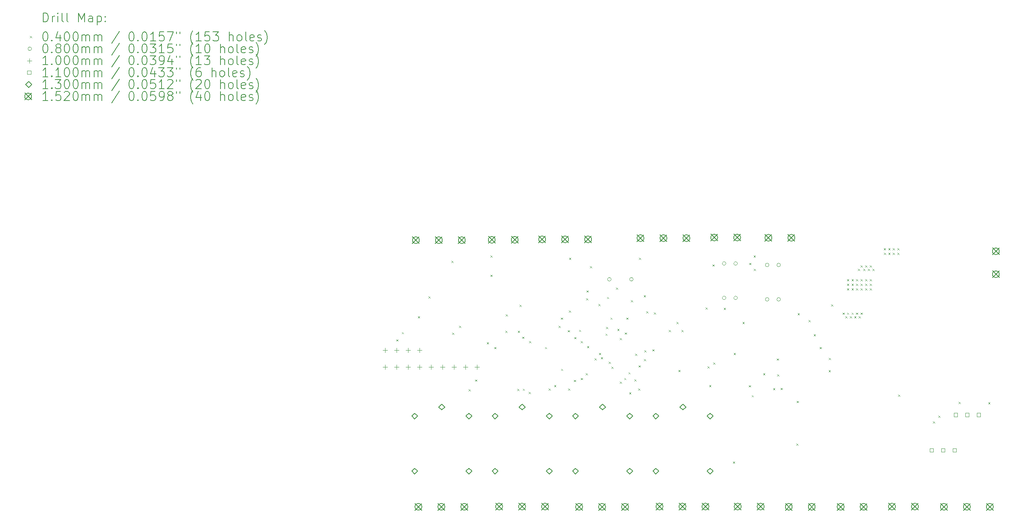
<source format=gbr>
%FSLAX45Y45*%
G04 Gerber Fmt 4.5, Leading zero omitted, Abs format (unit mm)*
G04 Created by KiCad (PCBNEW (6.0.6)) date 2022-07-22 23:01:00*
%MOMM*%
%LPD*%
G01*
G04 APERTURE LIST*
%ADD10C,0.200000*%
%ADD11C,0.040000*%
%ADD12C,0.080000*%
%ADD13C,0.100000*%
%ADD14C,0.110000*%
%ADD15C,0.130000*%
%ADD16C,0.152000*%
G04 APERTURE END LIST*
D10*
D11*
X8065638Y-7340000D02*
X8105638Y-7380000D01*
X8105638Y-7340000D02*
X8065638Y-7380000D01*
X8188138Y-7180000D02*
X8228138Y-7220000D01*
X8228138Y-7180000D02*
X8188138Y-7220000D01*
X8543138Y-6825000D02*
X8583138Y-6865000D01*
X8583138Y-6825000D02*
X8543138Y-6865000D01*
X8778138Y-6385000D02*
X8818138Y-6425000D01*
X8818138Y-6385000D02*
X8778138Y-6425000D01*
X9283138Y-5597500D02*
X9323138Y-5637500D01*
X9323138Y-5597500D02*
X9283138Y-5637500D01*
X9300638Y-7192500D02*
X9340638Y-7232500D01*
X9340638Y-7192500D02*
X9300638Y-7232500D01*
X9453138Y-7040000D02*
X9493138Y-7080000D01*
X9493138Y-7040000D02*
X9453138Y-7080000D01*
X9668138Y-8445000D02*
X9708138Y-8485000D01*
X9708138Y-8445000D02*
X9668138Y-8485000D01*
X9808138Y-8230000D02*
X9848138Y-8270000D01*
X9848138Y-8230000D02*
X9808138Y-8270000D01*
X10068138Y-7405000D02*
X10108138Y-7445000D01*
X10108138Y-7405000D02*
X10068138Y-7445000D01*
X10145638Y-5480000D02*
X10185638Y-5520000D01*
X10185638Y-5480000D02*
X10145638Y-5520000D01*
X10145638Y-5910000D02*
X10185638Y-5950000D01*
X10185638Y-5910000D02*
X10145638Y-5950000D01*
X10235638Y-7510000D02*
X10275638Y-7550000D01*
X10275638Y-7510000D02*
X10235638Y-7550000D01*
X10478138Y-7147500D02*
X10518138Y-7187500D01*
X10518138Y-7147500D02*
X10478138Y-7187500D01*
X10488138Y-6785000D02*
X10528138Y-6825000D01*
X10528138Y-6785000D02*
X10488138Y-6825000D01*
X10738138Y-8437500D02*
X10778138Y-8477500D01*
X10778138Y-8437500D02*
X10738138Y-8477500D01*
X10753138Y-7147500D02*
X10793138Y-7187500D01*
X10793138Y-7147500D02*
X10753138Y-7187500D01*
X10793138Y-6572500D02*
X10833138Y-6612500D01*
X10833138Y-6572500D02*
X10793138Y-6612500D01*
X10853138Y-7280000D02*
X10893138Y-7320000D01*
X10893138Y-7280000D02*
X10853138Y-7320000D01*
X10863138Y-8432500D02*
X10903138Y-8472500D01*
X10903138Y-8432500D02*
X10863138Y-8472500D01*
X10993138Y-8504950D02*
X11033138Y-8544950D01*
X11033138Y-8504950D02*
X10993138Y-8544950D01*
X11003138Y-7375000D02*
X11043138Y-7415000D01*
X11043138Y-7375000D02*
X11003138Y-7415000D01*
X11355638Y-7510050D02*
X11395638Y-7550050D01*
X11395638Y-7510050D02*
X11355638Y-7550050D01*
X11433138Y-8430000D02*
X11473138Y-8470000D01*
X11473138Y-8430000D02*
X11433138Y-8470000D01*
X11558138Y-8350000D02*
X11598138Y-8390000D01*
X11598138Y-8350000D02*
X11558138Y-8390000D01*
X11653138Y-7040000D02*
X11693138Y-7080000D01*
X11693138Y-7040000D02*
X11653138Y-7080000D01*
X11705638Y-6857850D02*
X11745638Y-6897850D01*
X11745638Y-6857850D02*
X11705638Y-6897850D01*
X11710638Y-7992500D02*
X11750638Y-8032500D01*
X11750638Y-7992500D02*
X11710638Y-8032500D01*
X11858138Y-7137500D02*
X11898138Y-7177500D01*
X11898138Y-7137500D02*
X11858138Y-7177500D01*
X11865638Y-8430000D02*
X11905638Y-8470000D01*
X11905638Y-8430000D02*
X11865638Y-8470000D01*
X11880638Y-6700000D02*
X11920638Y-6740000D01*
X11920638Y-6700000D02*
X11880638Y-6740000D01*
X11888138Y-5530000D02*
X11928138Y-5570000D01*
X11928138Y-5530000D02*
X11888138Y-5570000D01*
X11993138Y-8237500D02*
X12033138Y-8277500D01*
X12033138Y-8237500D02*
X11993138Y-8277500D01*
X12000638Y-7290000D02*
X12040638Y-7330000D01*
X12040638Y-7290000D02*
X12000638Y-7330000D01*
X12108138Y-7127500D02*
X12148138Y-7167500D01*
X12148138Y-7127500D02*
X12108138Y-7167500D01*
X12143138Y-8195000D02*
X12183138Y-8235000D01*
X12183138Y-8195000D02*
X12143138Y-8235000D01*
X12145638Y-7377500D02*
X12185638Y-7417500D01*
X12185638Y-7377500D02*
X12145638Y-7417500D01*
X12255638Y-8090000D02*
X12295638Y-8130000D01*
X12295638Y-8090000D02*
X12255638Y-8130000D01*
X12263138Y-6430000D02*
X12303138Y-6470000D01*
X12303138Y-6430000D02*
X12263138Y-6470000D01*
X12275638Y-6255000D02*
X12315638Y-6295000D01*
X12315638Y-6255000D02*
X12275638Y-6295000D01*
X12285638Y-7485000D02*
X12325638Y-7525000D01*
X12325638Y-7485000D02*
X12285638Y-7525000D01*
X12350638Y-5720000D02*
X12390638Y-5760000D01*
X12390638Y-5720000D02*
X12350638Y-5760000D01*
X12453138Y-7756800D02*
X12493138Y-7796800D01*
X12493138Y-7756800D02*
X12453138Y-7796800D01*
X12532788Y-6555000D02*
X12572788Y-6595000D01*
X12572788Y-6555000D02*
X12532788Y-6595000D01*
X12548115Y-7638613D02*
X12588115Y-7678613D01*
X12588115Y-7638613D02*
X12548115Y-7678613D01*
X12590638Y-7735000D02*
X12630638Y-7775000D01*
X12630638Y-7735000D02*
X12590638Y-7775000D01*
X12693138Y-7212500D02*
X12733138Y-7252500D01*
X12733138Y-7212500D02*
X12693138Y-7252500D01*
X12705638Y-7067500D02*
X12745638Y-7107500D01*
X12745638Y-7067500D02*
X12705638Y-7107500D01*
X12705638Y-7067500D02*
X12745638Y-7107500D01*
X12745638Y-7067500D02*
X12705638Y-7107500D01*
X12725638Y-6400000D02*
X12765638Y-6440000D01*
X12765638Y-6400000D02*
X12725638Y-6440000D01*
X12765638Y-7834650D02*
X12805638Y-7874650D01*
X12805638Y-7834650D02*
X12765638Y-7874650D01*
X12803138Y-6857500D02*
X12843138Y-6897500D01*
X12843138Y-6857500D02*
X12803138Y-6897500D01*
X12823138Y-7945000D02*
X12863138Y-7985000D01*
X12863138Y-7945000D02*
X12823138Y-7985000D01*
X12928138Y-6195000D02*
X12968138Y-6235000D01*
X12968138Y-6195000D02*
X12928138Y-6235000D01*
X12955533Y-7108601D02*
X12995533Y-7148601D01*
X12995533Y-7108601D02*
X12955533Y-7148601D01*
X13008138Y-7307500D02*
X13048138Y-7347500D01*
X13048138Y-7307500D02*
X13008138Y-7347500D01*
X13008138Y-8272850D02*
X13048138Y-8312850D01*
X13048138Y-8272850D02*
X13008138Y-8312850D01*
X13108138Y-8195000D02*
X13148138Y-8235000D01*
X13148138Y-8195000D02*
X13108138Y-8235000D01*
X13120638Y-7187500D02*
X13160638Y-7227500D01*
X13160638Y-7187500D02*
X13120638Y-7227500D01*
X13150638Y-6857500D02*
X13190638Y-6897500D01*
X13190638Y-6857500D02*
X13150638Y-6897500D01*
X13200638Y-8067500D02*
X13240638Y-8107500D01*
X13240638Y-8067500D02*
X13200638Y-8107500D01*
X13218138Y-8510000D02*
X13258138Y-8550000D01*
X13258138Y-8510000D02*
X13218138Y-8550000D01*
X13253138Y-6470000D02*
X13293138Y-6510000D01*
X13293138Y-6470000D02*
X13253138Y-6510000D01*
X13330638Y-8222500D02*
X13370638Y-8262500D01*
X13370638Y-8222500D02*
X13330638Y-8262500D01*
X13350638Y-7657500D02*
X13390638Y-7697500D01*
X13390638Y-7657500D02*
X13350638Y-7697500D01*
X13415638Y-8427850D02*
X13455638Y-8467850D01*
X13455638Y-8427850D02*
X13415638Y-8467850D01*
X13423138Y-7915000D02*
X13463138Y-7955000D01*
X13463138Y-7915000D02*
X13423138Y-7955000D01*
X13433138Y-5530000D02*
X13473138Y-5570000D01*
X13473138Y-5530000D02*
X13433138Y-5570000D01*
X13538138Y-6360000D02*
X13578138Y-6400000D01*
X13578138Y-6360000D02*
X13538138Y-6400000D01*
X13543138Y-7777500D02*
X13583138Y-7817500D01*
X13583138Y-7777500D02*
X13543138Y-7817500D01*
X13553138Y-7579650D02*
X13593138Y-7619650D01*
X13593138Y-7579650D02*
X13553138Y-7619650D01*
X13596936Y-6717850D02*
X13636936Y-6757850D01*
X13636936Y-6717850D02*
X13596936Y-6757850D01*
X13730638Y-7560000D02*
X13770638Y-7600000D01*
X13770638Y-7560000D02*
X13730638Y-7600000D01*
X13760638Y-6745000D02*
X13800638Y-6785000D01*
X13800638Y-6745000D02*
X13760638Y-6785000D01*
X14094638Y-7131000D02*
X14134638Y-7171000D01*
X14134638Y-7131000D02*
X14094638Y-7171000D01*
X14260638Y-6952450D02*
X14300638Y-6992450D01*
X14300638Y-6952450D02*
X14260638Y-6992450D01*
X14308138Y-8017500D02*
X14348138Y-8057500D01*
X14348138Y-8017500D02*
X14308138Y-8057500D01*
X14373138Y-7132500D02*
X14413138Y-7172500D01*
X14413138Y-7132500D02*
X14373138Y-7172500D01*
X14905638Y-6630250D02*
X14945638Y-6670250D01*
X14945638Y-6630250D02*
X14905638Y-6670250D01*
X14945638Y-7935000D02*
X14985638Y-7975000D01*
X14985638Y-7935000D02*
X14945638Y-7975000D01*
X14986138Y-8349500D02*
X15026138Y-8389500D01*
X15026138Y-8349500D02*
X14986138Y-8389500D01*
X15060638Y-5680000D02*
X15100638Y-5720000D01*
X15100638Y-5680000D02*
X15060638Y-5720000D01*
X15078138Y-7850000D02*
X15118138Y-7890000D01*
X15118138Y-7850000D02*
X15078138Y-7890000D01*
X15308138Y-6642500D02*
X15348138Y-6682500D01*
X15348138Y-6642500D02*
X15308138Y-6682500D01*
X15510638Y-10047500D02*
X15550638Y-10087500D01*
X15550638Y-10047500D02*
X15510638Y-10087500D01*
X15528138Y-7642500D02*
X15568138Y-7682500D01*
X15568138Y-7642500D02*
X15528138Y-7682500D01*
X15723138Y-6952500D02*
X15763138Y-6992500D01*
X15763138Y-6952500D02*
X15723138Y-6992500D01*
X15863138Y-8355000D02*
X15903138Y-8395000D01*
X15903138Y-8355000D02*
X15863138Y-8395000D01*
X15870638Y-5647500D02*
X15910638Y-5687500D01*
X15910638Y-5647500D02*
X15870638Y-5687500D01*
X15925638Y-8575000D02*
X15965638Y-8615000D01*
X15965638Y-8575000D02*
X15925638Y-8615000D01*
X15968138Y-5482500D02*
X16008138Y-5522500D01*
X16008138Y-5482500D02*
X15968138Y-5522500D01*
X15973138Y-5777500D02*
X16013138Y-5817500D01*
X16013138Y-5777500D02*
X15973138Y-5817500D01*
X16179436Y-8086202D02*
X16219436Y-8126202D01*
X16219436Y-8086202D02*
X16179436Y-8126202D01*
X16400638Y-8417500D02*
X16440638Y-8457500D01*
X16440638Y-8417500D02*
X16400638Y-8457500D01*
X16483138Y-7762500D02*
X16523138Y-7802500D01*
X16523138Y-7762500D02*
X16483138Y-7802500D01*
X16488138Y-8115000D02*
X16528138Y-8155000D01*
X16528138Y-8115000D02*
X16488138Y-8155000D01*
X16568138Y-8415000D02*
X16608138Y-8455000D01*
X16608138Y-8415000D02*
X16568138Y-8455000D01*
X16915638Y-9647500D02*
X16955638Y-9687500D01*
X16955638Y-9647500D02*
X16915638Y-9687500D01*
X16923138Y-8702500D02*
X16963138Y-8742500D01*
X16963138Y-8702500D02*
X16923138Y-8742500D01*
X16943138Y-6762500D02*
X16983138Y-6802500D01*
X16983138Y-6762500D02*
X16943138Y-6802500D01*
X17185638Y-6915000D02*
X17225638Y-6955000D01*
X17225638Y-6915000D02*
X17185638Y-6955000D01*
X17298138Y-7222500D02*
X17338138Y-7262500D01*
X17338138Y-7222500D02*
X17298138Y-7262500D01*
X17429138Y-7509000D02*
X17469138Y-7549000D01*
X17469138Y-7509000D02*
X17429138Y-7549000D01*
X17628088Y-8022452D02*
X17668088Y-8062452D01*
X17668088Y-8022452D02*
X17628088Y-8062452D01*
X17633138Y-7752500D02*
X17673138Y-7792500D01*
X17673138Y-7752500D02*
X17633138Y-7792500D01*
X17685638Y-6562500D02*
X17725638Y-6602500D01*
X17725638Y-6562500D02*
X17685638Y-6602500D01*
X17935638Y-6747500D02*
X17975638Y-6787500D01*
X17975638Y-6747500D02*
X17935638Y-6787500D01*
X17995638Y-6827500D02*
X18035638Y-6867500D01*
X18035638Y-6827500D02*
X17995638Y-6867500D01*
X18035638Y-6007500D02*
X18075638Y-6047500D01*
X18075638Y-6007500D02*
X18035638Y-6047500D01*
X18035638Y-6107500D02*
X18075638Y-6147500D01*
X18075638Y-6107500D02*
X18035638Y-6147500D01*
X18035638Y-6207500D02*
X18075638Y-6247500D01*
X18075638Y-6207500D02*
X18035638Y-6247500D01*
X18035638Y-6747500D02*
X18075638Y-6787500D01*
X18075638Y-6747500D02*
X18035638Y-6787500D01*
X18095638Y-6827500D02*
X18135638Y-6867500D01*
X18135638Y-6827500D02*
X18095638Y-6867500D01*
X18135638Y-6007500D02*
X18175638Y-6047500D01*
X18175638Y-6007500D02*
X18135638Y-6047500D01*
X18135638Y-6107500D02*
X18175638Y-6147500D01*
X18175638Y-6107500D02*
X18135638Y-6147500D01*
X18135638Y-6207500D02*
X18175638Y-6247500D01*
X18175638Y-6207500D02*
X18135638Y-6247500D01*
X18135638Y-6747500D02*
X18175638Y-6787500D01*
X18175638Y-6747500D02*
X18135638Y-6787500D01*
X18195638Y-6827500D02*
X18235638Y-6867500D01*
X18235638Y-6827500D02*
X18195638Y-6867500D01*
X18235638Y-6007500D02*
X18275638Y-6047500D01*
X18275638Y-6007500D02*
X18235638Y-6047500D01*
X18235638Y-6107500D02*
X18275638Y-6147500D01*
X18275638Y-6107500D02*
X18235638Y-6147500D01*
X18235638Y-6207500D02*
X18275638Y-6247500D01*
X18275638Y-6207500D02*
X18235638Y-6247500D01*
X18235638Y-6747500D02*
X18275638Y-6787500D01*
X18275638Y-6747500D02*
X18235638Y-6787500D01*
X18275838Y-5778700D02*
X18315838Y-5818700D01*
X18315838Y-5778700D02*
X18275838Y-5818700D01*
X18295638Y-6827500D02*
X18335638Y-6867500D01*
X18335638Y-6827500D02*
X18295638Y-6867500D01*
X18335638Y-6007500D02*
X18375638Y-6047500D01*
X18375638Y-6007500D02*
X18335638Y-6047500D01*
X18335638Y-6107500D02*
X18375638Y-6147500D01*
X18375638Y-6107500D02*
X18335638Y-6147500D01*
X18335638Y-6207500D02*
X18375638Y-6247500D01*
X18375638Y-6207500D02*
X18335638Y-6247500D01*
X18335638Y-6747500D02*
X18375638Y-6787500D01*
X18375638Y-6747500D02*
X18335638Y-6787500D01*
X18335838Y-5698700D02*
X18375838Y-5738700D01*
X18375838Y-5698700D02*
X18335838Y-5738700D01*
X18395838Y-5778700D02*
X18435838Y-5818700D01*
X18435838Y-5778700D02*
X18395838Y-5818700D01*
X18435638Y-6007500D02*
X18475638Y-6047500D01*
X18475638Y-6007500D02*
X18435638Y-6047500D01*
X18435638Y-6107500D02*
X18475638Y-6147500D01*
X18475638Y-6107500D02*
X18435638Y-6147500D01*
X18435638Y-6207500D02*
X18475638Y-6247500D01*
X18475638Y-6207500D02*
X18435638Y-6247500D01*
X18435838Y-5698700D02*
X18475838Y-5738700D01*
X18475838Y-5698700D02*
X18435838Y-5738700D01*
X18495838Y-5778700D02*
X18535838Y-5818700D01*
X18535838Y-5778700D02*
X18495838Y-5818700D01*
X18535638Y-6007500D02*
X18575638Y-6047500D01*
X18575638Y-6007500D02*
X18535638Y-6047500D01*
X18535638Y-6107500D02*
X18575638Y-6147500D01*
X18575638Y-6107500D02*
X18535638Y-6147500D01*
X18535638Y-6207500D02*
X18575638Y-6247500D01*
X18575638Y-6207500D02*
X18535638Y-6247500D01*
X18535838Y-5698700D02*
X18575838Y-5738700D01*
X18575838Y-5698700D02*
X18535838Y-5738700D01*
X18595838Y-5778700D02*
X18635838Y-5818700D01*
X18635838Y-5778700D02*
X18595838Y-5818700D01*
X18848637Y-5319301D02*
X18888637Y-5359301D01*
X18888637Y-5319301D02*
X18848637Y-5359301D01*
X18851837Y-5419301D02*
X18891837Y-5459301D01*
X18891837Y-5419301D02*
X18851837Y-5459301D01*
X18948637Y-5319301D02*
X18988637Y-5359301D01*
X18988637Y-5319301D02*
X18948637Y-5359301D01*
X18948637Y-5419301D02*
X18988637Y-5459301D01*
X18988637Y-5419301D02*
X18948637Y-5459301D01*
X19048637Y-5319301D02*
X19088637Y-5359301D01*
X19088637Y-5319301D02*
X19048637Y-5359301D01*
X19048637Y-5419301D02*
X19088637Y-5459301D01*
X19088637Y-5419301D02*
X19048637Y-5459301D01*
X19148637Y-5319301D02*
X19188637Y-5359301D01*
X19188637Y-5319301D02*
X19148637Y-5359301D01*
X19148638Y-5419300D02*
X19188638Y-5459300D01*
X19188638Y-5419300D02*
X19148638Y-5459300D01*
X19163138Y-8562500D02*
X19203138Y-8602500D01*
X19203138Y-8562500D02*
X19163138Y-8602500D01*
X19935638Y-9157500D02*
X19975638Y-9197500D01*
X19975638Y-9157500D02*
X19935638Y-9197500D01*
X20055638Y-9027500D02*
X20095638Y-9067500D01*
X20095638Y-9027500D02*
X20055638Y-9067500D01*
X20503138Y-8725000D02*
X20543138Y-8765000D01*
X20543138Y-8725000D02*
X20503138Y-8765000D01*
X21158138Y-8732500D02*
X21198138Y-8772500D01*
X21198138Y-8732500D02*
X21158138Y-8772500D01*
D12*
X12818138Y-6010000D02*
G75*
G03*
X12818138Y-6010000I-40000J0D01*
G01*
X13306138Y-6010000D02*
G75*
G03*
X13306138Y-6010000I-40000J0D01*
G01*
X15356638Y-5660000D02*
G75*
G03*
X15356638Y-5660000I-40000J0D01*
G01*
X15356638Y-6422000D02*
G75*
G03*
X15356638Y-6422000I-40000J0D01*
G01*
X15610638Y-5660000D02*
G75*
G03*
X15610638Y-5660000I-40000J0D01*
G01*
X15610638Y-6422000D02*
G75*
G03*
X15610638Y-6422000I-40000J0D01*
G01*
X16309138Y-5692500D02*
G75*
G03*
X16309138Y-5692500I-40000J0D01*
G01*
X16309138Y-6454500D02*
G75*
G03*
X16309138Y-6454500I-40000J0D01*
G01*
X16563138Y-5692500D02*
G75*
G03*
X16563138Y-5692500I-40000J0D01*
G01*
X16563138Y-6454500D02*
G75*
G03*
X16563138Y-6454500I-40000J0D01*
G01*
D13*
X7820638Y-7532500D02*
X7820638Y-7632500D01*
X7770638Y-7582500D02*
X7870638Y-7582500D01*
X7820638Y-7900000D02*
X7820638Y-8000000D01*
X7770638Y-7950000D02*
X7870638Y-7950000D01*
X8074638Y-7532500D02*
X8074638Y-7632500D01*
X8024638Y-7582500D02*
X8124638Y-7582500D01*
X8074638Y-7900000D02*
X8074638Y-8000000D01*
X8024638Y-7950000D02*
X8124638Y-7950000D01*
X8328638Y-7532500D02*
X8328638Y-7632500D01*
X8278638Y-7582500D02*
X8378638Y-7582500D01*
X8328638Y-7900000D02*
X8328638Y-8000000D01*
X8278638Y-7950000D02*
X8378638Y-7950000D01*
X8582638Y-7532500D02*
X8582638Y-7632500D01*
X8532638Y-7582500D02*
X8632638Y-7582500D01*
X8582638Y-7900000D02*
X8582638Y-8000000D01*
X8532638Y-7950000D02*
X8632638Y-7950000D01*
X8836638Y-7900000D02*
X8836638Y-8000000D01*
X8786638Y-7950000D02*
X8886638Y-7950000D01*
X9090638Y-7900000D02*
X9090638Y-8000000D01*
X9040638Y-7950000D02*
X9140638Y-7950000D01*
X9344638Y-7900000D02*
X9344638Y-8000000D01*
X9294638Y-7950000D02*
X9394638Y-7950000D01*
X9598638Y-7900000D02*
X9598638Y-8000000D01*
X9548638Y-7950000D02*
X9648638Y-7950000D01*
X9852638Y-7900000D02*
X9852638Y-8000000D01*
X9802638Y-7950000D02*
X9902638Y-7950000D01*
D14*
X19946529Y-9833891D02*
X19946529Y-9756109D01*
X19868747Y-9756109D01*
X19868747Y-9833891D01*
X19946529Y-9833891D01*
X20200529Y-9833891D02*
X20200529Y-9756109D01*
X20122747Y-9756109D01*
X20122747Y-9833891D01*
X20200529Y-9833891D01*
X20454529Y-9833891D02*
X20454529Y-9756109D01*
X20376747Y-9756109D01*
X20376747Y-9833891D01*
X20454529Y-9833891D01*
X20475529Y-9049391D02*
X20475529Y-8971609D01*
X20397747Y-8971609D01*
X20397747Y-9049391D01*
X20475529Y-9049391D01*
X20729529Y-9049391D02*
X20729529Y-8971609D01*
X20651747Y-8971609D01*
X20651747Y-9049391D01*
X20729529Y-9049391D01*
X20983529Y-9049391D02*
X20983529Y-8971609D01*
X20905747Y-8971609D01*
X20905747Y-9049391D01*
X20983529Y-9049391D01*
D15*
X8472138Y-9103000D02*
X8537138Y-9038000D01*
X8472138Y-8973000D01*
X8407138Y-9038000D01*
X8472138Y-9103000D01*
X8472138Y-10323000D02*
X8537138Y-10258000D01*
X8472138Y-10193000D01*
X8407138Y-10258000D01*
X8472138Y-10323000D01*
X9072138Y-8903000D02*
X9137138Y-8838000D01*
X9072138Y-8773000D01*
X9007138Y-8838000D01*
X9072138Y-8903000D01*
X9672138Y-9103000D02*
X9737138Y-9038000D01*
X9672138Y-8973000D01*
X9607138Y-9038000D01*
X9672138Y-9103000D01*
X9672138Y-10323000D02*
X9737138Y-10258000D01*
X9672138Y-10193000D01*
X9607138Y-10258000D01*
X9672138Y-10323000D01*
X10250138Y-9103000D02*
X10315138Y-9038000D01*
X10250138Y-8973000D01*
X10185138Y-9038000D01*
X10250138Y-9103000D01*
X10250138Y-10323000D02*
X10315138Y-10258000D01*
X10250138Y-10193000D01*
X10185138Y-10258000D01*
X10250138Y-10323000D01*
X10850138Y-8903000D02*
X10915138Y-8838000D01*
X10850138Y-8773000D01*
X10785138Y-8838000D01*
X10850138Y-8903000D01*
X11450138Y-9103000D02*
X11515138Y-9038000D01*
X11450138Y-8973000D01*
X11385138Y-9038000D01*
X11450138Y-9103000D01*
X11450138Y-10323000D02*
X11515138Y-10258000D01*
X11450138Y-10193000D01*
X11385138Y-10258000D01*
X11450138Y-10323000D01*
X12028138Y-9103000D02*
X12093138Y-9038000D01*
X12028138Y-8973000D01*
X11963138Y-9038000D01*
X12028138Y-9103000D01*
X12028138Y-10323000D02*
X12093138Y-10258000D01*
X12028138Y-10193000D01*
X11963138Y-10258000D01*
X12028138Y-10323000D01*
X12628138Y-8903000D02*
X12693138Y-8838000D01*
X12628138Y-8773000D01*
X12563138Y-8838000D01*
X12628138Y-8903000D01*
X13228138Y-9103000D02*
X13293138Y-9038000D01*
X13228138Y-8973000D01*
X13163138Y-9038000D01*
X13228138Y-9103000D01*
X13228138Y-10323000D02*
X13293138Y-10258000D01*
X13228138Y-10193000D01*
X13163138Y-10258000D01*
X13228138Y-10323000D01*
X13806138Y-9103000D02*
X13871138Y-9038000D01*
X13806138Y-8973000D01*
X13741138Y-9038000D01*
X13806138Y-9103000D01*
X13806138Y-10323000D02*
X13871138Y-10258000D01*
X13806138Y-10193000D01*
X13741138Y-10258000D01*
X13806138Y-10323000D01*
X14406138Y-8903000D02*
X14471138Y-8838000D01*
X14406138Y-8773000D01*
X14341138Y-8838000D01*
X14406138Y-8903000D01*
X15006138Y-9103000D02*
X15071138Y-9038000D01*
X15006138Y-8973000D01*
X14941138Y-9038000D01*
X15006138Y-9103000D01*
X15006138Y-10323000D02*
X15071138Y-10258000D01*
X15006138Y-10193000D01*
X14941138Y-10258000D01*
X15006138Y-10323000D01*
D16*
X8423638Y-5066500D02*
X8575638Y-5218500D01*
X8575638Y-5066500D02*
X8423638Y-5218500D01*
X8575638Y-5142500D02*
G75*
G03*
X8575638Y-5142500I-76000J0D01*
G01*
X8479138Y-10971500D02*
X8631138Y-11123500D01*
X8631138Y-10971500D02*
X8479138Y-11123500D01*
X8631138Y-11047500D02*
G75*
G03*
X8631138Y-11047500I-76000J0D01*
G01*
X8931638Y-5066500D02*
X9083638Y-5218500D01*
X9083638Y-5066500D02*
X8931638Y-5218500D01*
X9083638Y-5142500D02*
G75*
G03*
X9083638Y-5142500I-76000J0D01*
G01*
X8987138Y-10971500D02*
X9139138Y-11123500D01*
X9139138Y-10971500D02*
X8987138Y-11123500D01*
X9139138Y-11047500D02*
G75*
G03*
X9139138Y-11047500I-76000J0D01*
G01*
X9439638Y-5066500D02*
X9591638Y-5218500D01*
X9591638Y-5066500D02*
X9439638Y-5218500D01*
X9591638Y-5142500D02*
G75*
G03*
X9591638Y-5142500I-76000J0D01*
G01*
X9495138Y-10971500D02*
X9647138Y-11123500D01*
X9647138Y-10971500D02*
X9495138Y-11123500D01*
X9647138Y-11047500D02*
G75*
G03*
X9647138Y-11047500I-76000J0D01*
G01*
X10101638Y-5059000D02*
X10253638Y-5211000D01*
X10253638Y-5059000D02*
X10101638Y-5211000D01*
X10253638Y-5135000D02*
G75*
G03*
X10253638Y-5135000I-76000J0D01*
G01*
X10264138Y-10966500D02*
X10416138Y-11118500D01*
X10416138Y-10966500D02*
X10264138Y-11118500D01*
X10416138Y-11042500D02*
G75*
G03*
X10416138Y-11042500I-76000J0D01*
G01*
X10609638Y-5059000D02*
X10761638Y-5211000D01*
X10761638Y-5059000D02*
X10609638Y-5211000D01*
X10761638Y-5135000D02*
G75*
G03*
X10761638Y-5135000I-76000J0D01*
G01*
X10772138Y-10966500D02*
X10924138Y-11118500D01*
X10924138Y-10966500D02*
X10772138Y-11118500D01*
X10924138Y-11042500D02*
G75*
G03*
X10924138Y-11042500I-76000J0D01*
G01*
X11216138Y-5049000D02*
X11368138Y-5201000D01*
X11368138Y-5049000D02*
X11216138Y-5201000D01*
X11368138Y-5125000D02*
G75*
G03*
X11368138Y-5125000I-76000J0D01*
G01*
X11280138Y-10966500D02*
X11432138Y-11118500D01*
X11432138Y-10966500D02*
X11280138Y-11118500D01*
X11432138Y-11042500D02*
G75*
G03*
X11432138Y-11042500I-76000J0D01*
G01*
X11724138Y-5049000D02*
X11876138Y-5201000D01*
X11876138Y-5049000D02*
X11724138Y-5201000D01*
X11876138Y-5125000D02*
G75*
G03*
X11876138Y-5125000I-76000J0D01*
G01*
X12034138Y-10971500D02*
X12186138Y-11123500D01*
X12186138Y-10971500D02*
X12034138Y-11123500D01*
X12186138Y-11047500D02*
G75*
G03*
X12186138Y-11047500I-76000J0D01*
G01*
X12232138Y-5049000D02*
X12384138Y-5201000D01*
X12384138Y-5049000D02*
X12232138Y-5201000D01*
X12384138Y-5125000D02*
G75*
G03*
X12384138Y-5125000I-76000J0D01*
G01*
X12542138Y-10971500D02*
X12694138Y-11123500D01*
X12694138Y-10971500D02*
X12542138Y-11123500D01*
X12694138Y-11047500D02*
G75*
G03*
X12694138Y-11047500I-76000J0D01*
G01*
X13050138Y-10971500D02*
X13202138Y-11123500D01*
X13202138Y-10971500D02*
X13050138Y-11123500D01*
X13202138Y-11047500D02*
G75*
G03*
X13202138Y-11047500I-76000J0D01*
G01*
X13391138Y-5021500D02*
X13543138Y-5173500D01*
X13543138Y-5021500D02*
X13391138Y-5173500D01*
X13543138Y-5097500D02*
G75*
G03*
X13543138Y-5097500I-76000J0D01*
G01*
X13811638Y-10966500D02*
X13963638Y-11118500D01*
X13963638Y-10966500D02*
X13811638Y-11118500D01*
X13963638Y-11042500D02*
G75*
G03*
X13963638Y-11042500I-76000J0D01*
G01*
X13899138Y-5021500D02*
X14051138Y-5173500D01*
X14051138Y-5021500D02*
X13899138Y-5173500D01*
X14051138Y-5097500D02*
G75*
G03*
X14051138Y-5097500I-76000J0D01*
G01*
X14319638Y-10966500D02*
X14471638Y-11118500D01*
X14471638Y-10966500D02*
X14319638Y-11118500D01*
X14471638Y-11042500D02*
G75*
G03*
X14471638Y-11042500I-76000J0D01*
G01*
X14407138Y-5021500D02*
X14559138Y-5173500D01*
X14559138Y-5021500D02*
X14407138Y-5173500D01*
X14559138Y-5097500D02*
G75*
G03*
X14559138Y-5097500I-76000J0D01*
G01*
X14827638Y-10966500D02*
X14979638Y-11118500D01*
X14979638Y-10966500D02*
X14827638Y-11118500D01*
X14979638Y-11042500D02*
G75*
G03*
X14979638Y-11042500I-76000J0D01*
G01*
X15021638Y-5009000D02*
X15173638Y-5161000D01*
X15173638Y-5009000D02*
X15021638Y-5161000D01*
X15173638Y-5085000D02*
G75*
G03*
X15173638Y-5085000I-76000J0D01*
G01*
X15529638Y-5009000D02*
X15681638Y-5161000D01*
X15681638Y-5009000D02*
X15529638Y-5161000D01*
X15681638Y-5085000D02*
G75*
G03*
X15681638Y-5085000I-76000J0D01*
G01*
X15540638Y-10966500D02*
X15692638Y-11118500D01*
X15692638Y-10966500D02*
X15540638Y-11118500D01*
X15692638Y-11042500D02*
G75*
G03*
X15692638Y-11042500I-76000J0D01*
G01*
X16048638Y-10966500D02*
X16200638Y-11118500D01*
X16200638Y-10966500D02*
X16048638Y-11118500D01*
X16200638Y-11042500D02*
G75*
G03*
X16200638Y-11042500I-76000J0D01*
G01*
X16220638Y-5014000D02*
X16372638Y-5166000D01*
X16372638Y-5014000D02*
X16220638Y-5166000D01*
X16372638Y-5090000D02*
G75*
G03*
X16372638Y-5090000I-76000J0D01*
G01*
X16670638Y-10971500D02*
X16822638Y-11123500D01*
X16822638Y-10971500D02*
X16670638Y-11123500D01*
X16822638Y-11047500D02*
G75*
G03*
X16822638Y-11047500I-76000J0D01*
G01*
X16728638Y-5014000D02*
X16880638Y-5166000D01*
X16880638Y-5014000D02*
X16728638Y-5166000D01*
X16880638Y-5090000D02*
G75*
G03*
X16880638Y-5090000I-76000J0D01*
G01*
X17178638Y-10971500D02*
X17330638Y-11123500D01*
X17330638Y-10971500D02*
X17178638Y-11123500D01*
X17330638Y-11047500D02*
G75*
G03*
X17330638Y-11047500I-76000J0D01*
G01*
X17818138Y-10971500D02*
X17970138Y-11123500D01*
X17970138Y-10971500D02*
X17818138Y-11123500D01*
X17970138Y-11047500D02*
G75*
G03*
X17970138Y-11047500I-76000J0D01*
G01*
X18326138Y-10971500D02*
X18478138Y-11123500D01*
X18478138Y-10971500D02*
X18326138Y-11123500D01*
X18478138Y-11047500D02*
G75*
G03*
X18478138Y-11047500I-76000J0D01*
G01*
X18953138Y-10966500D02*
X19105138Y-11118500D01*
X19105138Y-10966500D02*
X18953138Y-11118500D01*
X19105138Y-11042500D02*
G75*
G03*
X19105138Y-11042500I-76000J0D01*
G01*
X19461138Y-10966500D02*
X19613138Y-11118500D01*
X19613138Y-10966500D02*
X19461138Y-11118500D01*
X19613138Y-11042500D02*
G75*
G03*
X19613138Y-11042500I-76000J0D01*
G01*
X20101638Y-10971500D02*
X20253638Y-11123500D01*
X20253638Y-10971500D02*
X20101638Y-11123500D01*
X20253638Y-11047500D02*
G75*
G03*
X20253638Y-11047500I-76000J0D01*
G01*
X20609638Y-10971500D02*
X20761638Y-11123500D01*
X20761638Y-10971500D02*
X20609638Y-11123500D01*
X20761638Y-11047500D02*
G75*
G03*
X20761638Y-11047500I-76000J0D01*
G01*
X21117638Y-10971500D02*
X21269638Y-11123500D01*
X21269638Y-10971500D02*
X21117638Y-11123500D01*
X21269638Y-11047500D02*
G75*
G03*
X21269638Y-11047500I-76000J0D01*
G01*
X21251638Y-5312500D02*
X21403638Y-5464500D01*
X21403638Y-5312500D02*
X21251638Y-5464500D01*
X21403638Y-5388500D02*
G75*
G03*
X21403638Y-5388500I-76000J0D01*
G01*
X21251638Y-5820500D02*
X21403638Y-5972500D01*
X21403638Y-5820500D02*
X21251638Y-5972500D01*
X21403638Y-5896500D02*
G75*
G03*
X21403638Y-5896500I-76000J0D01*
G01*
D10*
X257619Y-310476D02*
X257619Y-110476D01*
X305238Y-110476D01*
X333810Y-120000D01*
X352857Y-139048D01*
X362381Y-158095D01*
X371905Y-196190D01*
X371905Y-224762D01*
X362381Y-262857D01*
X352857Y-281905D01*
X333810Y-300952D01*
X305238Y-310476D01*
X257619Y-310476D01*
X457619Y-310476D02*
X457619Y-177143D01*
X457619Y-215238D02*
X467143Y-196190D01*
X476667Y-186667D01*
X495714Y-177143D01*
X514762Y-177143D01*
X581429Y-310476D02*
X581429Y-177143D01*
X581429Y-110476D02*
X571905Y-120000D01*
X581429Y-129524D01*
X590952Y-120000D01*
X581429Y-110476D01*
X581429Y-129524D01*
X705238Y-310476D02*
X686190Y-300952D01*
X676667Y-281905D01*
X676667Y-110476D01*
X810000Y-310476D02*
X790952Y-300952D01*
X781428Y-281905D01*
X781428Y-110476D01*
X1038571Y-310476D02*
X1038571Y-110476D01*
X1105238Y-253333D01*
X1171905Y-110476D01*
X1171905Y-310476D01*
X1352857Y-310476D02*
X1352857Y-205714D01*
X1343333Y-186667D01*
X1324286Y-177143D01*
X1286190Y-177143D01*
X1267143Y-186667D01*
X1352857Y-300952D02*
X1333810Y-310476D01*
X1286190Y-310476D01*
X1267143Y-300952D01*
X1257619Y-281905D01*
X1257619Y-262857D01*
X1267143Y-243809D01*
X1286190Y-234286D01*
X1333810Y-234286D01*
X1352857Y-224762D01*
X1448095Y-177143D02*
X1448095Y-377143D01*
X1448095Y-186667D02*
X1467143Y-177143D01*
X1505238Y-177143D01*
X1524286Y-186667D01*
X1533809Y-196190D01*
X1543333Y-215238D01*
X1543333Y-272381D01*
X1533809Y-291429D01*
X1524286Y-300952D01*
X1505238Y-310476D01*
X1467143Y-310476D01*
X1448095Y-300952D01*
X1629048Y-291429D02*
X1638571Y-300952D01*
X1629048Y-310476D01*
X1619524Y-300952D01*
X1629048Y-291429D01*
X1629048Y-310476D01*
X1629048Y-186667D02*
X1638571Y-196190D01*
X1629048Y-205714D01*
X1619524Y-196190D01*
X1629048Y-186667D01*
X1629048Y-205714D01*
D11*
X-40000Y-620000D02*
X0Y-660000D01*
X0Y-620000D02*
X-40000Y-660000D01*
D10*
X295714Y-530476D02*
X314762Y-530476D01*
X333810Y-540000D01*
X343333Y-549524D01*
X352857Y-568571D01*
X362381Y-606667D01*
X362381Y-654286D01*
X352857Y-692381D01*
X343333Y-711428D01*
X333810Y-720952D01*
X314762Y-730476D01*
X295714Y-730476D01*
X276667Y-720952D01*
X267143Y-711428D01*
X257619Y-692381D01*
X248095Y-654286D01*
X248095Y-606667D01*
X257619Y-568571D01*
X267143Y-549524D01*
X276667Y-540000D01*
X295714Y-530476D01*
X448095Y-711428D02*
X457619Y-720952D01*
X448095Y-730476D01*
X438571Y-720952D01*
X448095Y-711428D01*
X448095Y-730476D01*
X629048Y-597143D02*
X629048Y-730476D01*
X581429Y-520952D02*
X533810Y-663810D01*
X657619Y-663810D01*
X771905Y-530476D02*
X790952Y-530476D01*
X810000Y-540000D01*
X819524Y-549524D01*
X829048Y-568571D01*
X838571Y-606667D01*
X838571Y-654286D01*
X829048Y-692381D01*
X819524Y-711428D01*
X810000Y-720952D01*
X790952Y-730476D01*
X771905Y-730476D01*
X752857Y-720952D01*
X743333Y-711428D01*
X733809Y-692381D01*
X724286Y-654286D01*
X724286Y-606667D01*
X733809Y-568571D01*
X743333Y-549524D01*
X752857Y-540000D01*
X771905Y-530476D01*
X962381Y-530476D02*
X981428Y-530476D01*
X1000476Y-540000D01*
X1010000Y-549524D01*
X1019524Y-568571D01*
X1029048Y-606667D01*
X1029048Y-654286D01*
X1019524Y-692381D01*
X1010000Y-711428D01*
X1000476Y-720952D01*
X981428Y-730476D01*
X962381Y-730476D01*
X943333Y-720952D01*
X933809Y-711428D01*
X924286Y-692381D01*
X914762Y-654286D01*
X914762Y-606667D01*
X924286Y-568571D01*
X933809Y-549524D01*
X943333Y-540000D01*
X962381Y-530476D01*
X1114762Y-730476D02*
X1114762Y-597143D01*
X1114762Y-616190D02*
X1124286Y-606667D01*
X1143333Y-597143D01*
X1171905Y-597143D01*
X1190952Y-606667D01*
X1200476Y-625714D01*
X1200476Y-730476D01*
X1200476Y-625714D02*
X1210000Y-606667D01*
X1229048Y-597143D01*
X1257619Y-597143D01*
X1276667Y-606667D01*
X1286190Y-625714D01*
X1286190Y-730476D01*
X1381429Y-730476D02*
X1381429Y-597143D01*
X1381429Y-616190D02*
X1390952Y-606667D01*
X1410000Y-597143D01*
X1438571Y-597143D01*
X1457619Y-606667D01*
X1467143Y-625714D01*
X1467143Y-730476D01*
X1467143Y-625714D02*
X1476667Y-606667D01*
X1495714Y-597143D01*
X1524286Y-597143D01*
X1543333Y-606667D01*
X1552857Y-625714D01*
X1552857Y-730476D01*
X1943333Y-520952D02*
X1771905Y-778095D01*
X2200476Y-530476D02*
X2219524Y-530476D01*
X2238571Y-540000D01*
X2248095Y-549524D01*
X2257619Y-568571D01*
X2267143Y-606667D01*
X2267143Y-654286D01*
X2257619Y-692381D01*
X2248095Y-711428D01*
X2238571Y-720952D01*
X2219524Y-730476D01*
X2200476Y-730476D01*
X2181429Y-720952D01*
X2171905Y-711428D01*
X2162381Y-692381D01*
X2152857Y-654286D01*
X2152857Y-606667D01*
X2162381Y-568571D01*
X2171905Y-549524D01*
X2181429Y-540000D01*
X2200476Y-530476D01*
X2352857Y-711428D02*
X2362381Y-720952D01*
X2352857Y-730476D01*
X2343333Y-720952D01*
X2352857Y-711428D01*
X2352857Y-730476D01*
X2486190Y-530476D02*
X2505238Y-530476D01*
X2524286Y-540000D01*
X2533810Y-549524D01*
X2543333Y-568571D01*
X2552857Y-606667D01*
X2552857Y-654286D01*
X2543333Y-692381D01*
X2533810Y-711428D01*
X2524286Y-720952D01*
X2505238Y-730476D01*
X2486190Y-730476D01*
X2467143Y-720952D01*
X2457619Y-711428D01*
X2448095Y-692381D01*
X2438571Y-654286D01*
X2438571Y-606667D01*
X2448095Y-568571D01*
X2457619Y-549524D01*
X2467143Y-540000D01*
X2486190Y-530476D01*
X2743333Y-730476D02*
X2629048Y-730476D01*
X2686190Y-730476D02*
X2686190Y-530476D01*
X2667143Y-559048D01*
X2648095Y-578095D01*
X2629048Y-587619D01*
X2924286Y-530476D02*
X2829048Y-530476D01*
X2819524Y-625714D01*
X2829048Y-616190D01*
X2848095Y-606667D01*
X2895714Y-606667D01*
X2914762Y-616190D01*
X2924286Y-625714D01*
X2933809Y-644762D01*
X2933809Y-692381D01*
X2924286Y-711428D01*
X2914762Y-720952D01*
X2895714Y-730476D01*
X2848095Y-730476D01*
X2829048Y-720952D01*
X2819524Y-711428D01*
X3000476Y-530476D02*
X3133809Y-530476D01*
X3048095Y-730476D01*
X3200476Y-530476D02*
X3200476Y-568571D01*
X3276667Y-530476D02*
X3276667Y-568571D01*
X3571905Y-806667D02*
X3562381Y-797143D01*
X3543333Y-768571D01*
X3533809Y-749524D01*
X3524286Y-720952D01*
X3514762Y-673333D01*
X3514762Y-635238D01*
X3524286Y-587619D01*
X3533809Y-559048D01*
X3543333Y-540000D01*
X3562381Y-511428D01*
X3571905Y-501905D01*
X3752857Y-730476D02*
X3638571Y-730476D01*
X3695714Y-730476D02*
X3695714Y-530476D01*
X3676667Y-559048D01*
X3657619Y-578095D01*
X3638571Y-587619D01*
X3933809Y-530476D02*
X3838571Y-530476D01*
X3829048Y-625714D01*
X3838571Y-616190D01*
X3857619Y-606667D01*
X3905238Y-606667D01*
X3924286Y-616190D01*
X3933809Y-625714D01*
X3943333Y-644762D01*
X3943333Y-692381D01*
X3933809Y-711428D01*
X3924286Y-720952D01*
X3905238Y-730476D01*
X3857619Y-730476D01*
X3838571Y-720952D01*
X3829048Y-711428D01*
X4010000Y-530476D02*
X4133809Y-530476D01*
X4067143Y-606667D01*
X4095714Y-606667D01*
X4114762Y-616190D01*
X4124286Y-625714D01*
X4133809Y-644762D01*
X4133809Y-692381D01*
X4124286Y-711428D01*
X4114762Y-720952D01*
X4095714Y-730476D01*
X4038571Y-730476D01*
X4019524Y-720952D01*
X4010000Y-711428D01*
X4371905Y-730476D02*
X4371905Y-530476D01*
X4457619Y-730476D02*
X4457619Y-625714D01*
X4448095Y-606667D01*
X4429048Y-597143D01*
X4400476Y-597143D01*
X4381429Y-606667D01*
X4371905Y-616190D01*
X4581429Y-730476D02*
X4562381Y-720952D01*
X4552857Y-711428D01*
X4543333Y-692381D01*
X4543333Y-635238D01*
X4552857Y-616190D01*
X4562381Y-606667D01*
X4581429Y-597143D01*
X4610000Y-597143D01*
X4629048Y-606667D01*
X4638571Y-616190D01*
X4648095Y-635238D01*
X4648095Y-692381D01*
X4638571Y-711428D01*
X4629048Y-720952D01*
X4610000Y-730476D01*
X4581429Y-730476D01*
X4762381Y-730476D02*
X4743333Y-720952D01*
X4733810Y-701905D01*
X4733810Y-530476D01*
X4914762Y-720952D02*
X4895714Y-730476D01*
X4857619Y-730476D01*
X4838571Y-720952D01*
X4829048Y-701905D01*
X4829048Y-625714D01*
X4838571Y-606667D01*
X4857619Y-597143D01*
X4895714Y-597143D01*
X4914762Y-606667D01*
X4924286Y-625714D01*
X4924286Y-644762D01*
X4829048Y-663810D01*
X5000476Y-720952D02*
X5019524Y-730476D01*
X5057619Y-730476D01*
X5076667Y-720952D01*
X5086190Y-701905D01*
X5086190Y-692381D01*
X5076667Y-673333D01*
X5057619Y-663810D01*
X5029048Y-663810D01*
X5010000Y-654286D01*
X5000476Y-635238D01*
X5000476Y-625714D01*
X5010000Y-606667D01*
X5029048Y-597143D01*
X5057619Y-597143D01*
X5076667Y-606667D01*
X5152857Y-806667D02*
X5162381Y-797143D01*
X5181429Y-768571D01*
X5190952Y-749524D01*
X5200476Y-720952D01*
X5210000Y-673333D01*
X5210000Y-635238D01*
X5200476Y-587619D01*
X5190952Y-559048D01*
X5181429Y-540000D01*
X5162381Y-511428D01*
X5152857Y-501905D01*
D12*
X0Y-904000D02*
G75*
G03*
X0Y-904000I-40000J0D01*
G01*
D10*
X295714Y-794476D02*
X314762Y-794476D01*
X333810Y-804000D01*
X343333Y-813524D01*
X352857Y-832571D01*
X362381Y-870667D01*
X362381Y-918286D01*
X352857Y-956381D01*
X343333Y-975428D01*
X333810Y-984952D01*
X314762Y-994476D01*
X295714Y-994476D01*
X276667Y-984952D01*
X267143Y-975428D01*
X257619Y-956381D01*
X248095Y-918286D01*
X248095Y-870667D01*
X257619Y-832571D01*
X267143Y-813524D01*
X276667Y-804000D01*
X295714Y-794476D01*
X448095Y-975428D02*
X457619Y-984952D01*
X448095Y-994476D01*
X438571Y-984952D01*
X448095Y-975428D01*
X448095Y-994476D01*
X571905Y-880190D02*
X552857Y-870667D01*
X543333Y-861143D01*
X533810Y-842095D01*
X533810Y-832571D01*
X543333Y-813524D01*
X552857Y-804000D01*
X571905Y-794476D01*
X610000Y-794476D01*
X629048Y-804000D01*
X638571Y-813524D01*
X648095Y-832571D01*
X648095Y-842095D01*
X638571Y-861143D01*
X629048Y-870667D01*
X610000Y-880190D01*
X571905Y-880190D01*
X552857Y-889714D01*
X543333Y-899238D01*
X533810Y-918286D01*
X533810Y-956381D01*
X543333Y-975428D01*
X552857Y-984952D01*
X571905Y-994476D01*
X610000Y-994476D01*
X629048Y-984952D01*
X638571Y-975428D01*
X648095Y-956381D01*
X648095Y-918286D01*
X638571Y-899238D01*
X629048Y-889714D01*
X610000Y-880190D01*
X771905Y-794476D02*
X790952Y-794476D01*
X810000Y-804000D01*
X819524Y-813524D01*
X829048Y-832571D01*
X838571Y-870667D01*
X838571Y-918286D01*
X829048Y-956381D01*
X819524Y-975428D01*
X810000Y-984952D01*
X790952Y-994476D01*
X771905Y-994476D01*
X752857Y-984952D01*
X743333Y-975428D01*
X733809Y-956381D01*
X724286Y-918286D01*
X724286Y-870667D01*
X733809Y-832571D01*
X743333Y-813524D01*
X752857Y-804000D01*
X771905Y-794476D01*
X962381Y-794476D02*
X981428Y-794476D01*
X1000476Y-804000D01*
X1010000Y-813524D01*
X1019524Y-832571D01*
X1029048Y-870667D01*
X1029048Y-918286D01*
X1019524Y-956381D01*
X1010000Y-975428D01*
X1000476Y-984952D01*
X981428Y-994476D01*
X962381Y-994476D01*
X943333Y-984952D01*
X933809Y-975428D01*
X924286Y-956381D01*
X914762Y-918286D01*
X914762Y-870667D01*
X924286Y-832571D01*
X933809Y-813524D01*
X943333Y-804000D01*
X962381Y-794476D01*
X1114762Y-994476D02*
X1114762Y-861143D01*
X1114762Y-880190D02*
X1124286Y-870667D01*
X1143333Y-861143D01*
X1171905Y-861143D01*
X1190952Y-870667D01*
X1200476Y-889714D01*
X1200476Y-994476D01*
X1200476Y-889714D02*
X1210000Y-870667D01*
X1229048Y-861143D01*
X1257619Y-861143D01*
X1276667Y-870667D01*
X1286190Y-889714D01*
X1286190Y-994476D01*
X1381429Y-994476D02*
X1381429Y-861143D01*
X1381429Y-880190D02*
X1390952Y-870667D01*
X1410000Y-861143D01*
X1438571Y-861143D01*
X1457619Y-870667D01*
X1467143Y-889714D01*
X1467143Y-994476D01*
X1467143Y-889714D02*
X1476667Y-870667D01*
X1495714Y-861143D01*
X1524286Y-861143D01*
X1543333Y-870667D01*
X1552857Y-889714D01*
X1552857Y-994476D01*
X1943333Y-784952D02*
X1771905Y-1042095D01*
X2200476Y-794476D02*
X2219524Y-794476D01*
X2238571Y-804000D01*
X2248095Y-813524D01*
X2257619Y-832571D01*
X2267143Y-870667D01*
X2267143Y-918286D01*
X2257619Y-956381D01*
X2248095Y-975428D01*
X2238571Y-984952D01*
X2219524Y-994476D01*
X2200476Y-994476D01*
X2181429Y-984952D01*
X2171905Y-975428D01*
X2162381Y-956381D01*
X2152857Y-918286D01*
X2152857Y-870667D01*
X2162381Y-832571D01*
X2171905Y-813524D01*
X2181429Y-804000D01*
X2200476Y-794476D01*
X2352857Y-975428D02*
X2362381Y-984952D01*
X2352857Y-994476D01*
X2343333Y-984952D01*
X2352857Y-975428D01*
X2352857Y-994476D01*
X2486190Y-794476D02*
X2505238Y-794476D01*
X2524286Y-804000D01*
X2533810Y-813524D01*
X2543333Y-832571D01*
X2552857Y-870667D01*
X2552857Y-918286D01*
X2543333Y-956381D01*
X2533810Y-975428D01*
X2524286Y-984952D01*
X2505238Y-994476D01*
X2486190Y-994476D01*
X2467143Y-984952D01*
X2457619Y-975428D01*
X2448095Y-956381D01*
X2438571Y-918286D01*
X2438571Y-870667D01*
X2448095Y-832571D01*
X2457619Y-813524D01*
X2467143Y-804000D01*
X2486190Y-794476D01*
X2619524Y-794476D02*
X2743333Y-794476D01*
X2676667Y-870667D01*
X2705238Y-870667D01*
X2724286Y-880190D01*
X2733810Y-889714D01*
X2743333Y-908762D01*
X2743333Y-956381D01*
X2733810Y-975428D01*
X2724286Y-984952D01*
X2705238Y-994476D01*
X2648095Y-994476D01*
X2629048Y-984952D01*
X2619524Y-975428D01*
X2933809Y-994476D02*
X2819524Y-994476D01*
X2876667Y-994476D02*
X2876667Y-794476D01*
X2857619Y-823048D01*
X2838571Y-842095D01*
X2819524Y-851619D01*
X3114762Y-794476D02*
X3019524Y-794476D01*
X3010000Y-889714D01*
X3019524Y-880190D01*
X3038571Y-870667D01*
X3086190Y-870667D01*
X3105238Y-880190D01*
X3114762Y-889714D01*
X3124286Y-908762D01*
X3124286Y-956381D01*
X3114762Y-975428D01*
X3105238Y-984952D01*
X3086190Y-994476D01*
X3038571Y-994476D01*
X3019524Y-984952D01*
X3010000Y-975428D01*
X3200476Y-794476D02*
X3200476Y-832571D01*
X3276667Y-794476D02*
X3276667Y-832571D01*
X3571905Y-1070667D02*
X3562381Y-1061143D01*
X3543333Y-1032571D01*
X3533809Y-1013524D01*
X3524286Y-984952D01*
X3514762Y-937333D01*
X3514762Y-899238D01*
X3524286Y-851619D01*
X3533809Y-823048D01*
X3543333Y-804000D01*
X3562381Y-775428D01*
X3571905Y-765905D01*
X3752857Y-994476D02*
X3638571Y-994476D01*
X3695714Y-994476D02*
X3695714Y-794476D01*
X3676667Y-823048D01*
X3657619Y-842095D01*
X3638571Y-851619D01*
X3876667Y-794476D02*
X3895714Y-794476D01*
X3914762Y-804000D01*
X3924286Y-813524D01*
X3933809Y-832571D01*
X3943333Y-870667D01*
X3943333Y-918286D01*
X3933809Y-956381D01*
X3924286Y-975428D01*
X3914762Y-984952D01*
X3895714Y-994476D01*
X3876667Y-994476D01*
X3857619Y-984952D01*
X3848095Y-975428D01*
X3838571Y-956381D01*
X3829048Y-918286D01*
X3829048Y-870667D01*
X3838571Y-832571D01*
X3848095Y-813524D01*
X3857619Y-804000D01*
X3876667Y-794476D01*
X4181428Y-994476D02*
X4181428Y-794476D01*
X4267143Y-994476D02*
X4267143Y-889714D01*
X4257619Y-870667D01*
X4238571Y-861143D01*
X4210000Y-861143D01*
X4190952Y-870667D01*
X4181428Y-880190D01*
X4390952Y-994476D02*
X4371905Y-984952D01*
X4362381Y-975428D01*
X4352857Y-956381D01*
X4352857Y-899238D01*
X4362381Y-880190D01*
X4371905Y-870667D01*
X4390952Y-861143D01*
X4419524Y-861143D01*
X4438571Y-870667D01*
X4448095Y-880190D01*
X4457619Y-899238D01*
X4457619Y-956381D01*
X4448095Y-975428D01*
X4438571Y-984952D01*
X4419524Y-994476D01*
X4390952Y-994476D01*
X4571905Y-994476D02*
X4552857Y-984952D01*
X4543333Y-965905D01*
X4543333Y-794476D01*
X4724286Y-984952D02*
X4705238Y-994476D01*
X4667143Y-994476D01*
X4648095Y-984952D01*
X4638571Y-965905D01*
X4638571Y-889714D01*
X4648095Y-870667D01*
X4667143Y-861143D01*
X4705238Y-861143D01*
X4724286Y-870667D01*
X4733810Y-889714D01*
X4733810Y-908762D01*
X4638571Y-927809D01*
X4810000Y-984952D02*
X4829048Y-994476D01*
X4867143Y-994476D01*
X4886190Y-984952D01*
X4895714Y-965905D01*
X4895714Y-956381D01*
X4886190Y-937333D01*
X4867143Y-927809D01*
X4838571Y-927809D01*
X4819524Y-918286D01*
X4810000Y-899238D01*
X4810000Y-889714D01*
X4819524Y-870667D01*
X4838571Y-861143D01*
X4867143Y-861143D01*
X4886190Y-870667D01*
X4962381Y-1070667D02*
X4971905Y-1061143D01*
X4990952Y-1032571D01*
X5000476Y-1013524D01*
X5010000Y-984952D01*
X5019524Y-937333D01*
X5019524Y-899238D01*
X5010000Y-851619D01*
X5000476Y-823048D01*
X4990952Y-804000D01*
X4971905Y-775428D01*
X4962381Y-765905D01*
D13*
X-50000Y-1118000D02*
X-50000Y-1218000D01*
X-100000Y-1168000D02*
X0Y-1168000D01*
D10*
X362381Y-1258476D02*
X248095Y-1258476D01*
X305238Y-1258476D02*
X305238Y-1058476D01*
X286190Y-1087048D01*
X267143Y-1106095D01*
X248095Y-1115619D01*
X448095Y-1239429D02*
X457619Y-1248952D01*
X448095Y-1258476D01*
X438571Y-1248952D01*
X448095Y-1239429D01*
X448095Y-1258476D01*
X581429Y-1058476D02*
X600476Y-1058476D01*
X619524Y-1068000D01*
X629048Y-1077524D01*
X638571Y-1096571D01*
X648095Y-1134667D01*
X648095Y-1182286D01*
X638571Y-1220381D01*
X629048Y-1239429D01*
X619524Y-1248952D01*
X600476Y-1258476D01*
X581429Y-1258476D01*
X562381Y-1248952D01*
X552857Y-1239429D01*
X543333Y-1220381D01*
X533810Y-1182286D01*
X533810Y-1134667D01*
X543333Y-1096571D01*
X552857Y-1077524D01*
X562381Y-1068000D01*
X581429Y-1058476D01*
X771905Y-1058476D02*
X790952Y-1058476D01*
X810000Y-1068000D01*
X819524Y-1077524D01*
X829048Y-1096571D01*
X838571Y-1134667D01*
X838571Y-1182286D01*
X829048Y-1220381D01*
X819524Y-1239429D01*
X810000Y-1248952D01*
X790952Y-1258476D01*
X771905Y-1258476D01*
X752857Y-1248952D01*
X743333Y-1239429D01*
X733809Y-1220381D01*
X724286Y-1182286D01*
X724286Y-1134667D01*
X733809Y-1096571D01*
X743333Y-1077524D01*
X752857Y-1068000D01*
X771905Y-1058476D01*
X962381Y-1058476D02*
X981428Y-1058476D01*
X1000476Y-1068000D01*
X1010000Y-1077524D01*
X1019524Y-1096571D01*
X1029048Y-1134667D01*
X1029048Y-1182286D01*
X1019524Y-1220381D01*
X1010000Y-1239429D01*
X1000476Y-1248952D01*
X981428Y-1258476D01*
X962381Y-1258476D01*
X943333Y-1248952D01*
X933809Y-1239429D01*
X924286Y-1220381D01*
X914762Y-1182286D01*
X914762Y-1134667D01*
X924286Y-1096571D01*
X933809Y-1077524D01*
X943333Y-1068000D01*
X962381Y-1058476D01*
X1114762Y-1258476D02*
X1114762Y-1125143D01*
X1114762Y-1144190D02*
X1124286Y-1134667D01*
X1143333Y-1125143D01*
X1171905Y-1125143D01*
X1190952Y-1134667D01*
X1200476Y-1153714D01*
X1200476Y-1258476D01*
X1200476Y-1153714D02*
X1210000Y-1134667D01*
X1229048Y-1125143D01*
X1257619Y-1125143D01*
X1276667Y-1134667D01*
X1286190Y-1153714D01*
X1286190Y-1258476D01*
X1381429Y-1258476D02*
X1381429Y-1125143D01*
X1381429Y-1144190D02*
X1390952Y-1134667D01*
X1410000Y-1125143D01*
X1438571Y-1125143D01*
X1457619Y-1134667D01*
X1467143Y-1153714D01*
X1467143Y-1258476D01*
X1467143Y-1153714D02*
X1476667Y-1134667D01*
X1495714Y-1125143D01*
X1524286Y-1125143D01*
X1543333Y-1134667D01*
X1552857Y-1153714D01*
X1552857Y-1258476D01*
X1943333Y-1048952D02*
X1771905Y-1306095D01*
X2200476Y-1058476D02*
X2219524Y-1058476D01*
X2238571Y-1068000D01*
X2248095Y-1077524D01*
X2257619Y-1096571D01*
X2267143Y-1134667D01*
X2267143Y-1182286D01*
X2257619Y-1220381D01*
X2248095Y-1239429D01*
X2238571Y-1248952D01*
X2219524Y-1258476D01*
X2200476Y-1258476D01*
X2181429Y-1248952D01*
X2171905Y-1239429D01*
X2162381Y-1220381D01*
X2152857Y-1182286D01*
X2152857Y-1134667D01*
X2162381Y-1096571D01*
X2171905Y-1077524D01*
X2181429Y-1068000D01*
X2200476Y-1058476D01*
X2352857Y-1239429D02*
X2362381Y-1248952D01*
X2352857Y-1258476D01*
X2343333Y-1248952D01*
X2352857Y-1239429D01*
X2352857Y-1258476D01*
X2486190Y-1058476D02*
X2505238Y-1058476D01*
X2524286Y-1068000D01*
X2533810Y-1077524D01*
X2543333Y-1096571D01*
X2552857Y-1134667D01*
X2552857Y-1182286D01*
X2543333Y-1220381D01*
X2533810Y-1239429D01*
X2524286Y-1248952D01*
X2505238Y-1258476D01*
X2486190Y-1258476D01*
X2467143Y-1248952D01*
X2457619Y-1239429D01*
X2448095Y-1220381D01*
X2438571Y-1182286D01*
X2438571Y-1134667D01*
X2448095Y-1096571D01*
X2457619Y-1077524D01*
X2467143Y-1068000D01*
X2486190Y-1058476D01*
X2619524Y-1058476D02*
X2743333Y-1058476D01*
X2676667Y-1134667D01*
X2705238Y-1134667D01*
X2724286Y-1144190D01*
X2733810Y-1153714D01*
X2743333Y-1172762D01*
X2743333Y-1220381D01*
X2733810Y-1239429D01*
X2724286Y-1248952D01*
X2705238Y-1258476D01*
X2648095Y-1258476D01*
X2629048Y-1248952D01*
X2619524Y-1239429D01*
X2838571Y-1258476D02*
X2876667Y-1258476D01*
X2895714Y-1248952D01*
X2905238Y-1239429D01*
X2924286Y-1210857D01*
X2933809Y-1172762D01*
X2933809Y-1096571D01*
X2924286Y-1077524D01*
X2914762Y-1068000D01*
X2895714Y-1058476D01*
X2857619Y-1058476D01*
X2838571Y-1068000D01*
X2829048Y-1077524D01*
X2819524Y-1096571D01*
X2819524Y-1144190D01*
X2829048Y-1163238D01*
X2838571Y-1172762D01*
X2857619Y-1182286D01*
X2895714Y-1182286D01*
X2914762Y-1172762D01*
X2924286Y-1163238D01*
X2933809Y-1144190D01*
X3105238Y-1125143D02*
X3105238Y-1258476D01*
X3057619Y-1048952D02*
X3010000Y-1191810D01*
X3133809Y-1191810D01*
X3200476Y-1058476D02*
X3200476Y-1096571D01*
X3276667Y-1058476D02*
X3276667Y-1096571D01*
X3571905Y-1334667D02*
X3562381Y-1325143D01*
X3543333Y-1296571D01*
X3533809Y-1277524D01*
X3524286Y-1248952D01*
X3514762Y-1201333D01*
X3514762Y-1163238D01*
X3524286Y-1115619D01*
X3533809Y-1087048D01*
X3543333Y-1068000D01*
X3562381Y-1039428D01*
X3571905Y-1029905D01*
X3752857Y-1258476D02*
X3638571Y-1258476D01*
X3695714Y-1258476D02*
X3695714Y-1058476D01*
X3676667Y-1087048D01*
X3657619Y-1106095D01*
X3638571Y-1115619D01*
X3819524Y-1058476D02*
X3943333Y-1058476D01*
X3876667Y-1134667D01*
X3905238Y-1134667D01*
X3924286Y-1144190D01*
X3933809Y-1153714D01*
X3943333Y-1172762D01*
X3943333Y-1220381D01*
X3933809Y-1239429D01*
X3924286Y-1248952D01*
X3905238Y-1258476D01*
X3848095Y-1258476D01*
X3829048Y-1248952D01*
X3819524Y-1239429D01*
X4181428Y-1258476D02*
X4181428Y-1058476D01*
X4267143Y-1258476D02*
X4267143Y-1153714D01*
X4257619Y-1134667D01*
X4238571Y-1125143D01*
X4210000Y-1125143D01*
X4190952Y-1134667D01*
X4181428Y-1144190D01*
X4390952Y-1258476D02*
X4371905Y-1248952D01*
X4362381Y-1239429D01*
X4352857Y-1220381D01*
X4352857Y-1163238D01*
X4362381Y-1144190D01*
X4371905Y-1134667D01*
X4390952Y-1125143D01*
X4419524Y-1125143D01*
X4438571Y-1134667D01*
X4448095Y-1144190D01*
X4457619Y-1163238D01*
X4457619Y-1220381D01*
X4448095Y-1239429D01*
X4438571Y-1248952D01*
X4419524Y-1258476D01*
X4390952Y-1258476D01*
X4571905Y-1258476D02*
X4552857Y-1248952D01*
X4543333Y-1229905D01*
X4543333Y-1058476D01*
X4724286Y-1248952D02*
X4705238Y-1258476D01*
X4667143Y-1258476D01*
X4648095Y-1248952D01*
X4638571Y-1229905D01*
X4638571Y-1153714D01*
X4648095Y-1134667D01*
X4667143Y-1125143D01*
X4705238Y-1125143D01*
X4724286Y-1134667D01*
X4733810Y-1153714D01*
X4733810Y-1172762D01*
X4638571Y-1191810D01*
X4810000Y-1248952D02*
X4829048Y-1258476D01*
X4867143Y-1258476D01*
X4886190Y-1248952D01*
X4895714Y-1229905D01*
X4895714Y-1220381D01*
X4886190Y-1201333D01*
X4867143Y-1191810D01*
X4838571Y-1191810D01*
X4819524Y-1182286D01*
X4810000Y-1163238D01*
X4810000Y-1153714D01*
X4819524Y-1134667D01*
X4838571Y-1125143D01*
X4867143Y-1125143D01*
X4886190Y-1134667D01*
X4962381Y-1334667D02*
X4971905Y-1325143D01*
X4990952Y-1296571D01*
X5000476Y-1277524D01*
X5010000Y-1248952D01*
X5019524Y-1201333D01*
X5019524Y-1163238D01*
X5010000Y-1115619D01*
X5000476Y-1087048D01*
X4990952Y-1068000D01*
X4971905Y-1039428D01*
X4962381Y-1029905D01*
D14*
X-16109Y-1470891D02*
X-16109Y-1393109D01*
X-93891Y-1393109D01*
X-93891Y-1470891D01*
X-16109Y-1470891D01*
D10*
X362381Y-1522476D02*
X248095Y-1522476D01*
X305238Y-1522476D02*
X305238Y-1322476D01*
X286190Y-1351048D01*
X267143Y-1370095D01*
X248095Y-1379619D01*
X448095Y-1503428D02*
X457619Y-1512952D01*
X448095Y-1522476D01*
X438571Y-1512952D01*
X448095Y-1503428D01*
X448095Y-1522476D01*
X648095Y-1522476D02*
X533810Y-1522476D01*
X590952Y-1522476D02*
X590952Y-1322476D01*
X571905Y-1351048D01*
X552857Y-1370095D01*
X533810Y-1379619D01*
X771905Y-1322476D02*
X790952Y-1322476D01*
X810000Y-1332000D01*
X819524Y-1341524D01*
X829048Y-1360571D01*
X838571Y-1398667D01*
X838571Y-1446286D01*
X829048Y-1484381D01*
X819524Y-1503428D01*
X810000Y-1512952D01*
X790952Y-1522476D01*
X771905Y-1522476D01*
X752857Y-1512952D01*
X743333Y-1503428D01*
X733809Y-1484381D01*
X724286Y-1446286D01*
X724286Y-1398667D01*
X733809Y-1360571D01*
X743333Y-1341524D01*
X752857Y-1332000D01*
X771905Y-1322476D01*
X962381Y-1322476D02*
X981428Y-1322476D01*
X1000476Y-1332000D01*
X1010000Y-1341524D01*
X1019524Y-1360571D01*
X1029048Y-1398667D01*
X1029048Y-1446286D01*
X1019524Y-1484381D01*
X1010000Y-1503428D01*
X1000476Y-1512952D01*
X981428Y-1522476D01*
X962381Y-1522476D01*
X943333Y-1512952D01*
X933809Y-1503428D01*
X924286Y-1484381D01*
X914762Y-1446286D01*
X914762Y-1398667D01*
X924286Y-1360571D01*
X933809Y-1341524D01*
X943333Y-1332000D01*
X962381Y-1322476D01*
X1114762Y-1522476D02*
X1114762Y-1389143D01*
X1114762Y-1408190D02*
X1124286Y-1398667D01*
X1143333Y-1389143D01*
X1171905Y-1389143D01*
X1190952Y-1398667D01*
X1200476Y-1417714D01*
X1200476Y-1522476D01*
X1200476Y-1417714D02*
X1210000Y-1398667D01*
X1229048Y-1389143D01*
X1257619Y-1389143D01*
X1276667Y-1398667D01*
X1286190Y-1417714D01*
X1286190Y-1522476D01*
X1381429Y-1522476D02*
X1381429Y-1389143D01*
X1381429Y-1408190D02*
X1390952Y-1398667D01*
X1410000Y-1389143D01*
X1438571Y-1389143D01*
X1457619Y-1398667D01*
X1467143Y-1417714D01*
X1467143Y-1522476D01*
X1467143Y-1417714D02*
X1476667Y-1398667D01*
X1495714Y-1389143D01*
X1524286Y-1389143D01*
X1543333Y-1398667D01*
X1552857Y-1417714D01*
X1552857Y-1522476D01*
X1943333Y-1312952D02*
X1771905Y-1570095D01*
X2200476Y-1322476D02*
X2219524Y-1322476D01*
X2238571Y-1332000D01*
X2248095Y-1341524D01*
X2257619Y-1360571D01*
X2267143Y-1398667D01*
X2267143Y-1446286D01*
X2257619Y-1484381D01*
X2248095Y-1503428D01*
X2238571Y-1512952D01*
X2219524Y-1522476D01*
X2200476Y-1522476D01*
X2181429Y-1512952D01*
X2171905Y-1503428D01*
X2162381Y-1484381D01*
X2152857Y-1446286D01*
X2152857Y-1398667D01*
X2162381Y-1360571D01*
X2171905Y-1341524D01*
X2181429Y-1332000D01*
X2200476Y-1322476D01*
X2352857Y-1503428D02*
X2362381Y-1512952D01*
X2352857Y-1522476D01*
X2343333Y-1512952D01*
X2352857Y-1503428D01*
X2352857Y-1522476D01*
X2486190Y-1322476D02*
X2505238Y-1322476D01*
X2524286Y-1332000D01*
X2533810Y-1341524D01*
X2543333Y-1360571D01*
X2552857Y-1398667D01*
X2552857Y-1446286D01*
X2543333Y-1484381D01*
X2533810Y-1503428D01*
X2524286Y-1512952D01*
X2505238Y-1522476D01*
X2486190Y-1522476D01*
X2467143Y-1512952D01*
X2457619Y-1503428D01*
X2448095Y-1484381D01*
X2438571Y-1446286D01*
X2438571Y-1398667D01*
X2448095Y-1360571D01*
X2457619Y-1341524D01*
X2467143Y-1332000D01*
X2486190Y-1322476D01*
X2724286Y-1389143D02*
X2724286Y-1522476D01*
X2676667Y-1312952D02*
X2629048Y-1455809D01*
X2752857Y-1455809D01*
X2810000Y-1322476D02*
X2933809Y-1322476D01*
X2867143Y-1398667D01*
X2895714Y-1398667D01*
X2914762Y-1408190D01*
X2924286Y-1417714D01*
X2933809Y-1436762D01*
X2933809Y-1484381D01*
X2924286Y-1503428D01*
X2914762Y-1512952D01*
X2895714Y-1522476D01*
X2838571Y-1522476D01*
X2819524Y-1512952D01*
X2810000Y-1503428D01*
X3000476Y-1322476D02*
X3124286Y-1322476D01*
X3057619Y-1398667D01*
X3086190Y-1398667D01*
X3105238Y-1408190D01*
X3114762Y-1417714D01*
X3124286Y-1436762D01*
X3124286Y-1484381D01*
X3114762Y-1503428D01*
X3105238Y-1512952D01*
X3086190Y-1522476D01*
X3029048Y-1522476D01*
X3010000Y-1512952D01*
X3000476Y-1503428D01*
X3200476Y-1322476D02*
X3200476Y-1360571D01*
X3276667Y-1322476D02*
X3276667Y-1360571D01*
X3571905Y-1598667D02*
X3562381Y-1589143D01*
X3543333Y-1560571D01*
X3533809Y-1541524D01*
X3524286Y-1512952D01*
X3514762Y-1465333D01*
X3514762Y-1427238D01*
X3524286Y-1379619D01*
X3533809Y-1351048D01*
X3543333Y-1332000D01*
X3562381Y-1303429D01*
X3571905Y-1293905D01*
X3733809Y-1322476D02*
X3695714Y-1322476D01*
X3676667Y-1332000D01*
X3667143Y-1341524D01*
X3648095Y-1370095D01*
X3638571Y-1408190D01*
X3638571Y-1484381D01*
X3648095Y-1503428D01*
X3657619Y-1512952D01*
X3676667Y-1522476D01*
X3714762Y-1522476D01*
X3733809Y-1512952D01*
X3743333Y-1503428D01*
X3752857Y-1484381D01*
X3752857Y-1436762D01*
X3743333Y-1417714D01*
X3733809Y-1408190D01*
X3714762Y-1398667D01*
X3676667Y-1398667D01*
X3657619Y-1408190D01*
X3648095Y-1417714D01*
X3638571Y-1436762D01*
X3990952Y-1522476D02*
X3990952Y-1322476D01*
X4076667Y-1522476D02*
X4076667Y-1417714D01*
X4067143Y-1398667D01*
X4048095Y-1389143D01*
X4019524Y-1389143D01*
X4000476Y-1398667D01*
X3990952Y-1408190D01*
X4200476Y-1522476D02*
X4181428Y-1512952D01*
X4171905Y-1503428D01*
X4162381Y-1484381D01*
X4162381Y-1427238D01*
X4171905Y-1408190D01*
X4181428Y-1398667D01*
X4200476Y-1389143D01*
X4229048Y-1389143D01*
X4248095Y-1398667D01*
X4257619Y-1408190D01*
X4267143Y-1427238D01*
X4267143Y-1484381D01*
X4257619Y-1503428D01*
X4248095Y-1512952D01*
X4229048Y-1522476D01*
X4200476Y-1522476D01*
X4381429Y-1522476D02*
X4362381Y-1512952D01*
X4352857Y-1493905D01*
X4352857Y-1322476D01*
X4533810Y-1512952D02*
X4514762Y-1522476D01*
X4476667Y-1522476D01*
X4457619Y-1512952D01*
X4448095Y-1493905D01*
X4448095Y-1417714D01*
X4457619Y-1398667D01*
X4476667Y-1389143D01*
X4514762Y-1389143D01*
X4533810Y-1398667D01*
X4543333Y-1417714D01*
X4543333Y-1436762D01*
X4448095Y-1455809D01*
X4619524Y-1512952D02*
X4638571Y-1522476D01*
X4676667Y-1522476D01*
X4695714Y-1512952D01*
X4705238Y-1493905D01*
X4705238Y-1484381D01*
X4695714Y-1465333D01*
X4676667Y-1455809D01*
X4648095Y-1455809D01*
X4629048Y-1446286D01*
X4619524Y-1427238D01*
X4619524Y-1417714D01*
X4629048Y-1398667D01*
X4648095Y-1389143D01*
X4676667Y-1389143D01*
X4695714Y-1398667D01*
X4771905Y-1598667D02*
X4781429Y-1589143D01*
X4800476Y-1560571D01*
X4810000Y-1541524D01*
X4819524Y-1512952D01*
X4829048Y-1465333D01*
X4829048Y-1427238D01*
X4819524Y-1379619D01*
X4810000Y-1351048D01*
X4800476Y-1332000D01*
X4781429Y-1303429D01*
X4771905Y-1293905D01*
D15*
X-65000Y-1761000D02*
X0Y-1696000D01*
X-65000Y-1631000D01*
X-130000Y-1696000D01*
X-65000Y-1761000D01*
D10*
X362381Y-1786476D02*
X248095Y-1786476D01*
X305238Y-1786476D02*
X305238Y-1586476D01*
X286190Y-1615048D01*
X267143Y-1634095D01*
X248095Y-1643619D01*
X448095Y-1767428D02*
X457619Y-1776952D01*
X448095Y-1786476D01*
X438571Y-1776952D01*
X448095Y-1767428D01*
X448095Y-1786476D01*
X524286Y-1586476D02*
X648095Y-1586476D01*
X581429Y-1662667D01*
X610000Y-1662667D01*
X629048Y-1672190D01*
X638571Y-1681714D01*
X648095Y-1700762D01*
X648095Y-1748381D01*
X638571Y-1767428D01*
X629048Y-1776952D01*
X610000Y-1786476D01*
X552857Y-1786476D01*
X533810Y-1776952D01*
X524286Y-1767428D01*
X771905Y-1586476D02*
X790952Y-1586476D01*
X810000Y-1596000D01*
X819524Y-1605524D01*
X829048Y-1624571D01*
X838571Y-1662667D01*
X838571Y-1710286D01*
X829048Y-1748381D01*
X819524Y-1767428D01*
X810000Y-1776952D01*
X790952Y-1786476D01*
X771905Y-1786476D01*
X752857Y-1776952D01*
X743333Y-1767428D01*
X733809Y-1748381D01*
X724286Y-1710286D01*
X724286Y-1662667D01*
X733809Y-1624571D01*
X743333Y-1605524D01*
X752857Y-1596000D01*
X771905Y-1586476D01*
X962381Y-1586476D02*
X981428Y-1586476D01*
X1000476Y-1596000D01*
X1010000Y-1605524D01*
X1019524Y-1624571D01*
X1029048Y-1662667D01*
X1029048Y-1710286D01*
X1019524Y-1748381D01*
X1010000Y-1767428D01*
X1000476Y-1776952D01*
X981428Y-1786476D01*
X962381Y-1786476D01*
X943333Y-1776952D01*
X933809Y-1767428D01*
X924286Y-1748381D01*
X914762Y-1710286D01*
X914762Y-1662667D01*
X924286Y-1624571D01*
X933809Y-1605524D01*
X943333Y-1596000D01*
X962381Y-1586476D01*
X1114762Y-1786476D02*
X1114762Y-1653143D01*
X1114762Y-1672190D02*
X1124286Y-1662667D01*
X1143333Y-1653143D01*
X1171905Y-1653143D01*
X1190952Y-1662667D01*
X1200476Y-1681714D01*
X1200476Y-1786476D01*
X1200476Y-1681714D02*
X1210000Y-1662667D01*
X1229048Y-1653143D01*
X1257619Y-1653143D01*
X1276667Y-1662667D01*
X1286190Y-1681714D01*
X1286190Y-1786476D01*
X1381429Y-1786476D02*
X1381429Y-1653143D01*
X1381429Y-1672190D02*
X1390952Y-1662667D01*
X1410000Y-1653143D01*
X1438571Y-1653143D01*
X1457619Y-1662667D01*
X1467143Y-1681714D01*
X1467143Y-1786476D01*
X1467143Y-1681714D02*
X1476667Y-1662667D01*
X1495714Y-1653143D01*
X1524286Y-1653143D01*
X1543333Y-1662667D01*
X1552857Y-1681714D01*
X1552857Y-1786476D01*
X1943333Y-1576952D02*
X1771905Y-1834095D01*
X2200476Y-1586476D02*
X2219524Y-1586476D01*
X2238571Y-1596000D01*
X2248095Y-1605524D01*
X2257619Y-1624571D01*
X2267143Y-1662667D01*
X2267143Y-1710286D01*
X2257619Y-1748381D01*
X2248095Y-1767428D01*
X2238571Y-1776952D01*
X2219524Y-1786476D01*
X2200476Y-1786476D01*
X2181429Y-1776952D01*
X2171905Y-1767428D01*
X2162381Y-1748381D01*
X2152857Y-1710286D01*
X2152857Y-1662667D01*
X2162381Y-1624571D01*
X2171905Y-1605524D01*
X2181429Y-1596000D01*
X2200476Y-1586476D01*
X2352857Y-1767428D02*
X2362381Y-1776952D01*
X2352857Y-1786476D01*
X2343333Y-1776952D01*
X2352857Y-1767428D01*
X2352857Y-1786476D01*
X2486190Y-1586476D02*
X2505238Y-1586476D01*
X2524286Y-1596000D01*
X2533810Y-1605524D01*
X2543333Y-1624571D01*
X2552857Y-1662667D01*
X2552857Y-1710286D01*
X2543333Y-1748381D01*
X2533810Y-1767428D01*
X2524286Y-1776952D01*
X2505238Y-1786476D01*
X2486190Y-1786476D01*
X2467143Y-1776952D01*
X2457619Y-1767428D01*
X2448095Y-1748381D01*
X2438571Y-1710286D01*
X2438571Y-1662667D01*
X2448095Y-1624571D01*
X2457619Y-1605524D01*
X2467143Y-1596000D01*
X2486190Y-1586476D01*
X2733810Y-1586476D02*
X2638571Y-1586476D01*
X2629048Y-1681714D01*
X2638571Y-1672190D01*
X2657619Y-1662667D01*
X2705238Y-1662667D01*
X2724286Y-1672190D01*
X2733810Y-1681714D01*
X2743333Y-1700762D01*
X2743333Y-1748381D01*
X2733810Y-1767428D01*
X2724286Y-1776952D01*
X2705238Y-1786476D01*
X2657619Y-1786476D01*
X2638571Y-1776952D01*
X2629048Y-1767428D01*
X2933809Y-1786476D02*
X2819524Y-1786476D01*
X2876667Y-1786476D02*
X2876667Y-1586476D01*
X2857619Y-1615048D01*
X2838571Y-1634095D01*
X2819524Y-1643619D01*
X3010000Y-1605524D02*
X3019524Y-1596000D01*
X3038571Y-1586476D01*
X3086190Y-1586476D01*
X3105238Y-1596000D01*
X3114762Y-1605524D01*
X3124286Y-1624571D01*
X3124286Y-1643619D01*
X3114762Y-1672190D01*
X3000476Y-1786476D01*
X3124286Y-1786476D01*
X3200476Y-1586476D02*
X3200476Y-1624571D01*
X3276667Y-1586476D02*
X3276667Y-1624571D01*
X3571905Y-1862667D02*
X3562381Y-1853143D01*
X3543333Y-1824571D01*
X3533809Y-1805524D01*
X3524286Y-1776952D01*
X3514762Y-1729333D01*
X3514762Y-1691238D01*
X3524286Y-1643619D01*
X3533809Y-1615048D01*
X3543333Y-1596000D01*
X3562381Y-1567428D01*
X3571905Y-1557905D01*
X3638571Y-1605524D02*
X3648095Y-1596000D01*
X3667143Y-1586476D01*
X3714762Y-1586476D01*
X3733809Y-1596000D01*
X3743333Y-1605524D01*
X3752857Y-1624571D01*
X3752857Y-1643619D01*
X3743333Y-1672190D01*
X3629048Y-1786476D01*
X3752857Y-1786476D01*
X3876667Y-1586476D02*
X3895714Y-1586476D01*
X3914762Y-1596000D01*
X3924286Y-1605524D01*
X3933809Y-1624571D01*
X3943333Y-1662667D01*
X3943333Y-1710286D01*
X3933809Y-1748381D01*
X3924286Y-1767428D01*
X3914762Y-1776952D01*
X3895714Y-1786476D01*
X3876667Y-1786476D01*
X3857619Y-1776952D01*
X3848095Y-1767428D01*
X3838571Y-1748381D01*
X3829048Y-1710286D01*
X3829048Y-1662667D01*
X3838571Y-1624571D01*
X3848095Y-1605524D01*
X3857619Y-1596000D01*
X3876667Y-1586476D01*
X4181428Y-1786476D02*
X4181428Y-1586476D01*
X4267143Y-1786476D02*
X4267143Y-1681714D01*
X4257619Y-1662667D01*
X4238571Y-1653143D01*
X4210000Y-1653143D01*
X4190952Y-1662667D01*
X4181428Y-1672190D01*
X4390952Y-1786476D02*
X4371905Y-1776952D01*
X4362381Y-1767428D01*
X4352857Y-1748381D01*
X4352857Y-1691238D01*
X4362381Y-1672190D01*
X4371905Y-1662667D01*
X4390952Y-1653143D01*
X4419524Y-1653143D01*
X4438571Y-1662667D01*
X4448095Y-1672190D01*
X4457619Y-1691238D01*
X4457619Y-1748381D01*
X4448095Y-1767428D01*
X4438571Y-1776952D01*
X4419524Y-1786476D01*
X4390952Y-1786476D01*
X4571905Y-1786476D02*
X4552857Y-1776952D01*
X4543333Y-1757905D01*
X4543333Y-1586476D01*
X4724286Y-1776952D02*
X4705238Y-1786476D01*
X4667143Y-1786476D01*
X4648095Y-1776952D01*
X4638571Y-1757905D01*
X4638571Y-1681714D01*
X4648095Y-1662667D01*
X4667143Y-1653143D01*
X4705238Y-1653143D01*
X4724286Y-1662667D01*
X4733810Y-1681714D01*
X4733810Y-1700762D01*
X4638571Y-1719809D01*
X4810000Y-1776952D02*
X4829048Y-1786476D01*
X4867143Y-1786476D01*
X4886190Y-1776952D01*
X4895714Y-1757905D01*
X4895714Y-1748381D01*
X4886190Y-1729333D01*
X4867143Y-1719809D01*
X4838571Y-1719809D01*
X4819524Y-1710286D01*
X4810000Y-1691238D01*
X4810000Y-1681714D01*
X4819524Y-1662667D01*
X4838571Y-1653143D01*
X4867143Y-1653143D01*
X4886190Y-1662667D01*
X4962381Y-1862667D02*
X4971905Y-1853143D01*
X4990952Y-1824571D01*
X5000476Y-1805524D01*
X5010000Y-1776952D01*
X5019524Y-1729333D01*
X5019524Y-1691238D01*
X5010000Y-1643619D01*
X5000476Y-1615048D01*
X4990952Y-1596000D01*
X4971905Y-1567428D01*
X4962381Y-1557905D01*
D16*
X-152000Y-1884000D02*
X0Y-2036000D01*
X0Y-1884000D02*
X-152000Y-2036000D01*
X0Y-1960000D02*
G75*
G03*
X0Y-1960000I-76000J0D01*
G01*
D10*
X362381Y-2050476D02*
X248095Y-2050476D01*
X305238Y-2050476D02*
X305238Y-1850476D01*
X286190Y-1879048D01*
X267143Y-1898095D01*
X248095Y-1907619D01*
X448095Y-2031428D02*
X457619Y-2040952D01*
X448095Y-2050476D01*
X438571Y-2040952D01*
X448095Y-2031428D01*
X448095Y-2050476D01*
X638571Y-1850476D02*
X543333Y-1850476D01*
X533810Y-1945714D01*
X543333Y-1936190D01*
X562381Y-1926667D01*
X610000Y-1926667D01*
X629048Y-1936190D01*
X638571Y-1945714D01*
X648095Y-1964762D01*
X648095Y-2012381D01*
X638571Y-2031428D01*
X629048Y-2040952D01*
X610000Y-2050476D01*
X562381Y-2050476D01*
X543333Y-2040952D01*
X533810Y-2031428D01*
X724286Y-1869524D02*
X733809Y-1860000D01*
X752857Y-1850476D01*
X800476Y-1850476D01*
X819524Y-1860000D01*
X829048Y-1869524D01*
X838571Y-1888571D01*
X838571Y-1907619D01*
X829048Y-1936190D01*
X714762Y-2050476D01*
X838571Y-2050476D01*
X962381Y-1850476D02*
X981428Y-1850476D01*
X1000476Y-1860000D01*
X1010000Y-1869524D01*
X1019524Y-1888571D01*
X1029048Y-1926667D01*
X1029048Y-1974286D01*
X1019524Y-2012381D01*
X1010000Y-2031428D01*
X1000476Y-2040952D01*
X981428Y-2050476D01*
X962381Y-2050476D01*
X943333Y-2040952D01*
X933809Y-2031428D01*
X924286Y-2012381D01*
X914762Y-1974286D01*
X914762Y-1926667D01*
X924286Y-1888571D01*
X933809Y-1869524D01*
X943333Y-1860000D01*
X962381Y-1850476D01*
X1114762Y-2050476D02*
X1114762Y-1917143D01*
X1114762Y-1936190D02*
X1124286Y-1926667D01*
X1143333Y-1917143D01*
X1171905Y-1917143D01*
X1190952Y-1926667D01*
X1200476Y-1945714D01*
X1200476Y-2050476D01*
X1200476Y-1945714D02*
X1210000Y-1926667D01*
X1229048Y-1917143D01*
X1257619Y-1917143D01*
X1276667Y-1926667D01*
X1286190Y-1945714D01*
X1286190Y-2050476D01*
X1381429Y-2050476D02*
X1381429Y-1917143D01*
X1381429Y-1936190D02*
X1390952Y-1926667D01*
X1410000Y-1917143D01*
X1438571Y-1917143D01*
X1457619Y-1926667D01*
X1467143Y-1945714D01*
X1467143Y-2050476D01*
X1467143Y-1945714D02*
X1476667Y-1926667D01*
X1495714Y-1917143D01*
X1524286Y-1917143D01*
X1543333Y-1926667D01*
X1552857Y-1945714D01*
X1552857Y-2050476D01*
X1943333Y-1840952D02*
X1771905Y-2098095D01*
X2200476Y-1850476D02*
X2219524Y-1850476D01*
X2238571Y-1860000D01*
X2248095Y-1869524D01*
X2257619Y-1888571D01*
X2267143Y-1926667D01*
X2267143Y-1974286D01*
X2257619Y-2012381D01*
X2248095Y-2031428D01*
X2238571Y-2040952D01*
X2219524Y-2050476D01*
X2200476Y-2050476D01*
X2181429Y-2040952D01*
X2171905Y-2031428D01*
X2162381Y-2012381D01*
X2152857Y-1974286D01*
X2152857Y-1926667D01*
X2162381Y-1888571D01*
X2171905Y-1869524D01*
X2181429Y-1860000D01*
X2200476Y-1850476D01*
X2352857Y-2031428D02*
X2362381Y-2040952D01*
X2352857Y-2050476D01*
X2343333Y-2040952D01*
X2352857Y-2031428D01*
X2352857Y-2050476D01*
X2486190Y-1850476D02*
X2505238Y-1850476D01*
X2524286Y-1860000D01*
X2533810Y-1869524D01*
X2543333Y-1888571D01*
X2552857Y-1926667D01*
X2552857Y-1974286D01*
X2543333Y-2012381D01*
X2533810Y-2031428D01*
X2524286Y-2040952D01*
X2505238Y-2050476D01*
X2486190Y-2050476D01*
X2467143Y-2040952D01*
X2457619Y-2031428D01*
X2448095Y-2012381D01*
X2438571Y-1974286D01*
X2438571Y-1926667D01*
X2448095Y-1888571D01*
X2457619Y-1869524D01*
X2467143Y-1860000D01*
X2486190Y-1850476D01*
X2733810Y-1850476D02*
X2638571Y-1850476D01*
X2629048Y-1945714D01*
X2638571Y-1936190D01*
X2657619Y-1926667D01*
X2705238Y-1926667D01*
X2724286Y-1936190D01*
X2733810Y-1945714D01*
X2743333Y-1964762D01*
X2743333Y-2012381D01*
X2733810Y-2031428D01*
X2724286Y-2040952D01*
X2705238Y-2050476D01*
X2657619Y-2050476D01*
X2638571Y-2040952D01*
X2629048Y-2031428D01*
X2838571Y-2050476D02*
X2876667Y-2050476D01*
X2895714Y-2040952D01*
X2905238Y-2031428D01*
X2924286Y-2002857D01*
X2933809Y-1964762D01*
X2933809Y-1888571D01*
X2924286Y-1869524D01*
X2914762Y-1860000D01*
X2895714Y-1850476D01*
X2857619Y-1850476D01*
X2838571Y-1860000D01*
X2829048Y-1869524D01*
X2819524Y-1888571D01*
X2819524Y-1936190D01*
X2829048Y-1955238D01*
X2838571Y-1964762D01*
X2857619Y-1974286D01*
X2895714Y-1974286D01*
X2914762Y-1964762D01*
X2924286Y-1955238D01*
X2933809Y-1936190D01*
X3048095Y-1936190D02*
X3029048Y-1926667D01*
X3019524Y-1917143D01*
X3010000Y-1898095D01*
X3010000Y-1888571D01*
X3019524Y-1869524D01*
X3029048Y-1860000D01*
X3048095Y-1850476D01*
X3086190Y-1850476D01*
X3105238Y-1860000D01*
X3114762Y-1869524D01*
X3124286Y-1888571D01*
X3124286Y-1898095D01*
X3114762Y-1917143D01*
X3105238Y-1926667D01*
X3086190Y-1936190D01*
X3048095Y-1936190D01*
X3029048Y-1945714D01*
X3019524Y-1955238D01*
X3010000Y-1974286D01*
X3010000Y-2012381D01*
X3019524Y-2031428D01*
X3029048Y-2040952D01*
X3048095Y-2050476D01*
X3086190Y-2050476D01*
X3105238Y-2040952D01*
X3114762Y-2031428D01*
X3124286Y-2012381D01*
X3124286Y-1974286D01*
X3114762Y-1955238D01*
X3105238Y-1945714D01*
X3086190Y-1936190D01*
X3200476Y-1850476D02*
X3200476Y-1888571D01*
X3276667Y-1850476D02*
X3276667Y-1888571D01*
X3571905Y-2126667D02*
X3562381Y-2117143D01*
X3543333Y-2088571D01*
X3533809Y-2069524D01*
X3524286Y-2040952D01*
X3514762Y-1993333D01*
X3514762Y-1955238D01*
X3524286Y-1907619D01*
X3533809Y-1879048D01*
X3543333Y-1860000D01*
X3562381Y-1831428D01*
X3571905Y-1821905D01*
X3733809Y-1917143D02*
X3733809Y-2050476D01*
X3686190Y-1840952D02*
X3638571Y-1983809D01*
X3762381Y-1983809D01*
X3876667Y-1850476D02*
X3895714Y-1850476D01*
X3914762Y-1860000D01*
X3924286Y-1869524D01*
X3933809Y-1888571D01*
X3943333Y-1926667D01*
X3943333Y-1974286D01*
X3933809Y-2012381D01*
X3924286Y-2031428D01*
X3914762Y-2040952D01*
X3895714Y-2050476D01*
X3876667Y-2050476D01*
X3857619Y-2040952D01*
X3848095Y-2031428D01*
X3838571Y-2012381D01*
X3829048Y-1974286D01*
X3829048Y-1926667D01*
X3838571Y-1888571D01*
X3848095Y-1869524D01*
X3857619Y-1860000D01*
X3876667Y-1850476D01*
X4181428Y-2050476D02*
X4181428Y-1850476D01*
X4267143Y-2050476D02*
X4267143Y-1945714D01*
X4257619Y-1926667D01*
X4238571Y-1917143D01*
X4210000Y-1917143D01*
X4190952Y-1926667D01*
X4181428Y-1936190D01*
X4390952Y-2050476D02*
X4371905Y-2040952D01*
X4362381Y-2031428D01*
X4352857Y-2012381D01*
X4352857Y-1955238D01*
X4362381Y-1936190D01*
X4371905Y-1926667D01*
X4390952Y-1917143D01*
X4419524Y-1917143D01*
X4438571Y-1926667D01*
X4448095Y-1936190D01*
X4457619Y-1955238D01*
X4457619Y-2012381D01*
X4448095Y-2031428D01*
X4438571Y-2040952D01*
X4419524Y-2050476D01*
X4390952Y-2050476D01*
X4571905Y-2050476D02*
X4552857Y-2040952D01*
X4543333Y-2021905D01*
X4543333Y-1850476D01*
X4724286Y-2040952D02*
X4705238Y-2050476D01*
X4667143Y-2050476D01*
X4648095Y-2040952D01*
X4638571Y-2021905D01*
X4638571Y-1945714D01*
X4648095Y-1926667D01*
X4667143Y-1917143D01*
X4705238Y-1917143D01*
X4724286Y-1926667D01*
X4733810Y-1945714D01*
X4733810Y-1964762D01*
X4638571Y-1983809D01*
X4810000Y-2040952D02*
X4829048Y-2050476D01*
X4867143Y-2050476D01*
X4886190Y-2040952D01*
X4895714Y-2021905D01*
X4895714Y-2012381D01*
X4886190Y-1993333D01*
X4867143Y-1983809D01*
X4838571Y-1983809D01*
X4819524Y-1974286D01*
X4810000Y-1955238D01*
X4810000Y-1945714D01*
X4819524Y-1926667D01*
X4838571Y-1917143D01*
X4867143Y-1917143D01*
X4886190Y-1926667D01*
X4962381Y-2126667D02*
X4971905Y-2117143D01*
X4990952Y-2088571D01*
X5000476Y-2069524D01*
X5010000Y-2040952D01*
X5019524Y-1993333D01*
X5019524Y-1955238D01*
X5010000Y-1907619D01*
X5000476Y-1879048D01*
X4990952Y-1860000D01*
X4971905Y-1831428D01*
X4962381Y-1821905D01*
M02*

</source>
